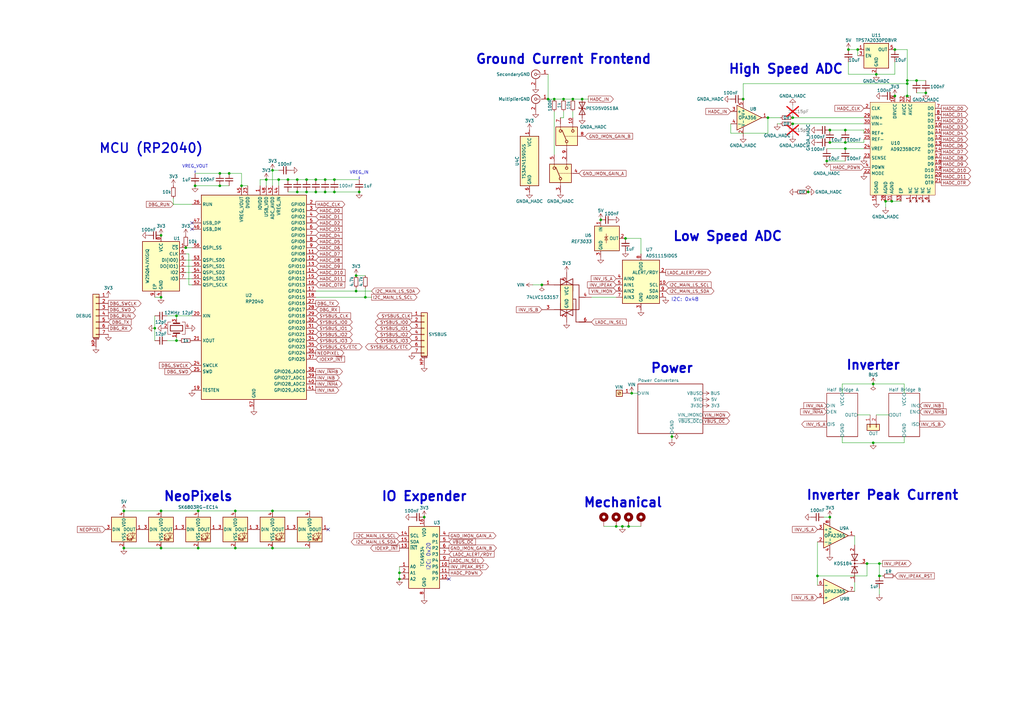
<source format=kicad_sch>
(kicad_sch (version 20231120) (generator "eeschema") (generator_version "8.0")
  (paper "A3")
  (junction (at 118.11 73.66))
  (junction (at 372.11 33.02))
  (junction (at 360.68 231.14))
  (junction (at 346.71 58.42))
  (junction (at 347.98 20.32))
  (junction (at 81.28 209.55))
  (junction (at 331.47 78.74))
  (junction (at 365.76 82.55))
  (junction (at 351.79 20.32))
  (junction (at 66.04 209.55))
  (junction (at 335.28 236.22))
  (junction (at 111.76 209.55))
  (junction (at 76.2 101.6))
  (junction (at 163.83 234.95))
  (junction (at 90.17 76.2))
  (junction (at 121.92 78.74))
  (junction (at 340.36 53.34))
  (junction (at 81.28 224.79))
  (junction (at 224.79 40.64))
  (junction (at 109.22 73.66))
  (junction (at 146.05 113.03))
  (junction (at 147.32 78.74))
  (junction (at 146.05 119.38))
  (junction (at 163.83 237.49))
  (junction (at 367.03 20.32))
  (junction (at 129.54 78.74))
  (junction (at 63.5 134.62))
  (junction (at 372.11 34.29))
  (junction (at 137.16 78.74))
  (junction (at 355.6 231.14))
  (junction (at 304.8 40.64))
  (junction (at 72.39 139.7))
  (junction (at 246.38 90.17))
  (junction (at 359.41 30.48))
  (junction (at 358.14 181.61))
  (junction (at 173.99 212.09))
  (junction (at 346.71 53.34))
  (junction (at 222.25 116.84))
  (junction (at 231.14 40.64))
  (junction (at 66.04 96.52))
  (junction (at 325.12 50.8))
  (junction (at 346.71 60.96))
  (junction (at 125.73 78.74))
  (junction (at 340.36 212.09))
  (junction (at 50.8 224.79))
  (junction (at 66.04 224.79))
  (junction (at 90.17 71.12))
  (junction (at 133.35 73.66))
  (junction (at 111.76 224.79))
  (junction (at 325.12 48.26))
  (junction (at 238.76 40.64))
  (junction (at 93.98 71.12))
  (junction (at 227.33 40.64))
  (junction (at 252.73 215.9))
  (junction (at 259.08 161.29))
  (junction (at 129.54 73.66))
  (junction (at 367.03 39.37))
  (junction (at 66.04 121.92))
  (junction (at 256.54 97.79))
  (junction (at 379.73 38.1))
  (junction (at 363.22 82.55))
  (junction (at 372.11 39.37))
  (junction (at 234.95 40.64))
  (junction (at 255.27 215.9))
  (junction (at 96.52 224.79))
  (junction (at 257.81 215.9))
  (junction (at 121.92 73.66))
  (junction (at 149.86 121.92))
  (junction (at 80.01 76.2))
  (junction (at 340.36 58.42))
  (junction (at 125.73 73.66))
  (junction (at 314.96 48.26))
  (junction (at 114.3 73.66))
  (junction (at 339.09 66.04))
  (junction (at 99.06 76.2))
  (junction (at 358.14 157.48))
  (junction (at 375.92 33.02))
  (junction (at 50.8 209.55))
  (junction (at 275.59 179.07))
  (junction (at 133.35 78.74))
  (junction (at 360.68 236.22))
  (junction (at 72.39 129.54))
  (junction (at 137.16 73.66))
  (junction (at 96.52 209.55))
  (junction (at 111.76 69.85))
  (no_connect (at 134.62 217.17))
  (no_connect (at 78.74 91.44))
  (no_connect (at 184.15 237.49))
  (no_connect (at 78.74 93.98))
  (wire (pts (xy 137.16 78.74) (xy 147.32 78.74)))
  (wire (pts (xy 81.28 224.79) (xy 96.52 224.79)))
  (wire (pts (xy 304.8 34.29) (xy 304.8 40.64)))
  (wire (pts (xy 358.14 157.48) (xy 370.84 157.48)))
  (wire (pts (xy 76.2 104.14) (xy 77.47 104.14)))
  (wire (pts (xy 372.11 39.37) (xy 373.38 39.37)))
  (wire (pts (xy 247.65 215.9) (xy 252.73 215.9)))
  (wire (pts (xy 224.79 30.48) (xy 224.79 40.64)))
  (wire (pts (xy 50.8 224.79) (xy 66.04 224.79)))
  (wire (pts (xy 375.92 33.02) (xy 379.73 33.02)))
  (wire (pts (xy 314.96 54.61) (xy 314.96 48.26)))
  (wire (pts (xy 121.92 78.74) (xy 125.73 78.74)))
  (wire (pts (xy 224.79 40.64) (xy 227.33 40.64)))
  (wire (pts (xy 372.11 20.32) (xy 372.11 33.02)))
  (wire (pts (xy 256.54 97.79) (xy 262.89 97.79)))
  (wire (pts (xy 163.83 232.41) (xy 163.83 234.95)))
  (wire (pts (xy 335.28 236.22) (xy 335.28 240.03)))
  (wire (pts (xy 351.79 20.32) (xy 351.79 22.86)))
  (wire (pts (xy 345.44 181.61) (xy 358.14 181.61)))
  (wire (pts (xy 367.03 25.4) (xy 367.03 30.48)))
  (wire (pts (xy 238.76 40.64) (xy 241.3 40.64)))
  (wire (pts (xy 96.52 224.79) (xy 111.76 224.79)))
  (wire (pts (xy 372.11 33.02) (xy 375.92 33.02)))
  (wire (pts (xy 125.73 73.66) (xy 129.54 73.66)))
  (wire (pts (xy 68.58 139.7) (xy 72.39 139.7)))
  (wire (pts (xy 96.52 209.55) (xy 111.76 209.55)))
  (wire (pts (xy 365.76 82.55) (xy 369.57 82.55)))
  (wire (pts (xy 255.27 215.9) (xy 257.81 215.9)))
  (wire (pts (xy 111.76 69.85) (xy 114.3 69.85)))
  (wire (pts (xy 346.71 60.96) (xy 354.33 60.96)))
  (wire (pts (xy 129.54 73.66) (xy 133.35 73.66)))
  (wire (pts (xy 346.71 58.42) (xy 354.33 58.42)))
  (wire (pts (xy 252.73 215.9) (xy 255.27 215.9)))
  (wire (pts (xy 275.59 179.07) (xy 275.59 177.8)))
  (wire (pts (xy 339.09 66.04) (xy 346.71 66.04)))
  (wire (pts (xy 337.82 212.09) (xy 340.36 212.09)))
  (wire (pts (xy 347.98 20.32) (xy 351.79 20.32)))
  (wire (pts (xy 227.33 63.5) (xy 227.33 45.72)))
  (wire (pts (xy 360.68 231.14) (xy 355.6 231.14)))
  (wire (pts (xy 109.22 73.66) (xy 106.68 73.66)))
  (wire (pts (xy 257.81 215.9) (xy 262.89 215.9)))
  (wire (pts (xy 50.8 209.55) (xy 66.04 209.55)))
  (wire (pts (xy 137.16 73.66) (xy 147.32 73.66)))
  (wire (pts (xy 80.01 76.2) (xy 90.17 76.2)))
  (wire (pts (xy 304.8 34.29) (xy 372.11 34.29)))
  (wire (pts (xy 129.54 119.38) (xy 146.05 119.38)))
  (wire (pts (xy 146.05 119.38) (xy 152.4 119.38)))
  (wire (pts (xy 71.12 83.82) (xy 78.74 83.82)))
  (wire (pts (xy 242.57 121.92) (xy 252.73 121.92)))
  (wire (pts (xy 347.98 30.48) (xy 359.41 30.48)))
  (wire (pts (xy 339.09 60.96) (xy 346.71 60.96)))
  (wire (pts (xy 76.2 106.68) (xy 78.74 106.68)))
  (wire (pts (xy 361.95 236.22) (xy 360.68 236.22)))
  (wire (pts (xy 372.11 33.02) (xy 372.11 34.29)))
  (wire (pts (xy 227.33 40.64) (xy 231.14 40.64)))
  (wire (pts (xy 146.05 113.03) (xy 149.86 113.03)))
  (wire (pts (xy 76.2 111.76) (xy 78.74 111.76)))
  (wire (pts (xy 314.96 48.26) (xy 320.04 48.26)))
  (wire (pts (xy 345.44 179.07) (xy 345.44 181.61)))
  (wire (pts (xy 111.76 224.79) (xy 127 224.79)))
  (wire (pts (xy 340.36 58.42) (xy 346.71 58.42)))
  (wire (pts (xy 340.36 53.34) (xy 346.71 53.34)))
  (wire (pts (xy 77.47 104.14) (xy 77.47 116.84)))
  (wire (pts (xy 149.86 118.11) (xy 149.86 121.92)))
  (wire (pts (xy 72.39 138.43) (xy 72.39 139.7)))
  (wire (pts (xy 129.54 121.92) (xy 149.86 121.92)))
  (wire (pts (xy 66.04 209.55) (xy 81.28 209.55)))
  (wire (pts (xy 335.28 222.25) (xy 335.28 236.22)))
  (wire (pts (xy 81.28 209.55) (xy 96.52 209.55)))
  (wire (pts (xy 299.72 50.8) (xy 299.72 54.61)))
  (wire (pts (xy 63.5 129.54) (xy 63.5 134.62)))
  (wire (pts (xy 325.12 48.26) (xy 354.33 48.26)))
  (wire (pts (xy 363.22 82.55) (xy 365.76 82.55)))
  (wire (pts (xy 111.76 209.55) (xy 127 209.55)))
  (wire (pts (xy 360.68 243.84) (xy 360.68 241.3)))
  (wire (pts (xy 90.17 71.12) (xy 93.98 71.12)))
  (wire (pts (xy 370.84 161.29) (xy 370.84 157.48)))
  (wire (pts (xy 229.87 48.26) (xy 231.14 48.26)))
  (wire (pts (xy 118.11 73.66) (xy 121.92 73.66)))
  (wire (pts (xy 358.14 181.61) (xy 370.84 181.61)))
  (wire (pts (xy 354.33 53.34) (xy 354.33 54.61)))
  (wire (pts (xy 114.3 73.66) (xy 118.11 73.66)))
  (wire (pts (xy 114.3 73.66) (xy 109.22 73.66)))
  (wire (pts (xy 106.68 73.66) (xy 106.68 76.2)))
  (wire (pts (xy 109.22 73.66) (xy 109.22 76.2)))
  (wire (pts (xy 367.03 20.32) (xy 372.11 20.32)))
  (wire (pts (xy 345.44 157.48) (xy 358.14 157.48)))
  (wire (pts (xy 63.5 134.62) (xy 63.5 139.7)))
  (wire (pts (xy 347.98 25.4) (xy 347.98 30.48)))
  (wire (pts (xy 231.14 40.64) (xy 234.95 40.64)))
  (wire (pts (xy 360.68 231.14) (xy 360.68 236.22)))
  (wire (pts (xy 345.44 157.48) (xy 345.44 161.29)))
  (wire (pts (xy 71.12 81.28) (xy 71.12 83.82)))
  (wire (pts (xy 99.06 76.2) (xy 101.6 76.2)))
  (wire (pts (xy 299.72 54.61) (xy 314.96 54.61)))
  (wire (pts (xy 133.35 78.74) (xy 137.16 78.74)))
  (wire (pts (xy 355.6 236.22) (xy 355.6 231.14)))
  (wire (pts (xy 325.12 50.8) (xy 354.33 50.8)))
  (wire (pts (xy 63.5 121.92) (xy 66.04 121.92)))
  (wire (pts (xy 361.95 231.14) (xy 360.68 231.14)))
  (wire (pts (xy 68.58 129.54) (xy 72.39 129.54)))
  (wire (pts (xy 111.76 69.85) (xy 111.76 76.2)))
  (wire (pts (xy 318.77 50.8) (xy 320.04 50.8)))
  (wire (pts (xy 359.41 30.48) (xy 367.03 30.48)))
  (wire (pts (xy 370.84 39.37) (xy 372.11 39.37)))
  (wire (pts (xy 121.92 73.66) (xy 125.73 73.66)))
  (wire (pts (xy 66.04 224.79) (xy 81.28 224.79)))
  (wire (pts (xy 146.05 119.38) (xy 146.05 118.11)))
  (wire (pts (xy 77.47 116.84) (xy 78.74 116.84)))
  (wire (pts (xy 76.2 114.3) (xy 78.74 114.3)))
  (wire (pts (xy 163.83 234.95) (xy 163.83 237.49)))
  (wire (pts (xy 76.2 101.6) (xy 78.74 101.6)))
  (wire (pts (xy 350.52 219.71) (xy 350.52 223.52)))
  (wire (pts (xy 335.28 236.22) (xy 355.6 236.22)))
  (wire (pts (xy 351.79 170.18) (xy 356.87 170.18)))
  (wire (pts (xy 359.41 170.18) (xy 364.49 170.18)))
  (wire (pts (xy 234.95 45.72) (xy 234.95 48.26)))
  (wire (pts (xy 125.73 78.74) (xy 129.54 78.74)))
  (wire (pts (xy 259.08 161.29) (xy 261.62 161.29)))
  (wire (pts (xy 73.66 139.7) (xy 72.39 139.7)))
  (wire (pts (xy 346.71 53.34) (xy 354.33 53.34)))
  (wire (pts (xy 72.39 129.54) (xy 78.74 129.54)))
  (wire (pts (xy 231.14 48.26) (xy 231.14 45.72)))
  (wire (pts (xy 80.01 71.12) (xy 90.17 71.12)))
  (wire (pts (xy 370.84 181.61) (xy 370.84 179.07)))
  (wire (pts (xy 129.54 78.74) (xy 133.35 78.74)))
  (wire (pts (xy 118.11 78.74) (xy 121.92 78.74)))
  (wire (pts (xy 149.86 121.92) (xy 152.4 121.92)))
  (wire (pts (xy 99.06 76.2) (xy 99.06 71.12)))
  (wire (pts (xy 72.39 130.81) (xy 72.39 129.54)))
  (wire (pts (xy 90.17 76.2) (xy 93.98 76.2)))
  (wire (pts (xy 76.2 109.22) (xy 78.74 109.22)))
  (wire (pts (xy 375.92 38.1) (xy 379.73 38.1)))
  (wire (pts (xy 363.22 85.09) (xy 363.22 82.55)))
  (wire (pts (xy 372.11 34.29) (xy 372.11 39.37)))
  (wire (pts (xy 262.89 97.79) (xy 262.89 104.14)))
  (wire (pts (xy 275.59 180.34) (xy 275.59 179.07)))
  (wire (pts (xy 218.44 116.84) (xy 222.25 116.84)))
  (wire (pts (xy 133.35 73.66) (xy 137.16 73.66)))
  (wire (pts (xy 354.33 58.42) (xy 354.33 57.15)))
  (wire (pts (xy 99.06 71.12) (xy 93.98 71.12)))
  (wire (pts (xy 114.3 76.2) (xy 114.3 73.66)))
  (wire (pts (xy 350.52 238.76) (xy 350.52 242.57)))
  (wire (pts (xy 234.95 40.64) (xy 238.76 40.64)))
  (text "Inverter Peak Current" (at 361.95 203.2 0) (effects (font (size 3.81 3.81) (bold yes))))
  (text "High Speed ADC" (at 322.326 28.448 0) (effects (font (size 3.81 3.81) (bold yes))))
  (text "Ground Current Frontend" (at 231.14 24.384 0) (effects (font (size 3.81 3.81) (bold yes))))
  (text "Inverter" (at 358.14 149.86 0) (effects (font (size 3.81 3.81) (bold yes))))
  (text "Power" (at 275.59 151.13 0) (effects (font (size 3.81 3.81) (bold yes))))
  (text "VREG_IN\n↓" (at 147.32 71.882 0) (effects (font (size 1.27 1.27))))
  (text "VREG_VOUT\n↓" (at 80.01 69.342 0) (effects (font (size 1.27 1.27))))
  (text "Low Speed ADC" (at 298.45 97.028 0) (effects (font (size 3.81 3.81) (bold yes))))
  (text "I2C: 0x20" (at 175.768 228.346 90) (effects (font (size 1.524 1.524))))
  (text "IO Expender" (at 173.99 203.708 0) (effects (font (size 3.81 3.81) (bold yes))))
  (text "Mechanical" (at 255.524 206.248 0) (effects (font (size 3.81 3.81) (bold yes))))
  (text "NeoPixels\n" (at 81.28 203.708 0) (effects (font (size 3.81 3.81) (bold yes))))
  (text "I2C: 0x48\n" (at 280.924 122.936 0) (effects (font (size 1.524 1.524))))
  (text "MCU (RP2040)" (at 61.976 60.96 0) (effects (font (size 3.81 3.81) (thickness 0.6096) (bold yes))))
  (global_label "HADC_D1" (shape input) (at 129.54 88.9 0) (property "Intersheetrefs" "${INTERSHEET_REFS}" (effects (hide yes))))
  (global_label "SYSBUS_CLK" (shape output) (at 168.91 129.54 180) (property "Intersheetrefs" "${INTERSHEET_REFS}" (effects (hide yes))))
  (global_label "HADC_D5" (shape input) (at 129.54 99.06 0) (property "Intersheetrefs" "${INTERSHEET_REFS}" (effects (hide yes))))
  (global_label "SYSBUS_IO1" (shape bidirectional) (at 168.91 134.62 180) (property "Intersheetrefs" "${INTERSHEET_REFS}" (effects (hide yes))))
  (global_label "HADC_IN" (shape input) (at 299.72 45.72 180) (property "Intersheetrefs" "${INTERSHEET_REFS}" (effects (hide yes))))
  (global_label "INV_IS_B" (shape input) (at 335.28 245.11 180) (property "Intersheetrefs" "${INTERSHEET_REFS}" (effects (hide yes))))
  (global_label "DBG_RUN" (shape input) (at 71.12 83.82 180) (property "Intersheetrefs" "${INTERSHEET_REFS}" (effects (hide yes))))
  (global_label "INV_INB" (shape output) (at 129.54 154.94 0) (property "Intersheetrefs" "${INTERSHEET_REFS}" (effects (hide yes))))
  (global_label "DBG_TX" (shape input) (at 44.45 132.08 0) (property "Intersheetrefs" "${INTERSHEET_REFS}" (effects (hide yes))))
  (global_label "HADC_D2" (shape input) (at 129.54 91.44 0) (property "Intersheetrefs" "${INTERSHEET_REFS}" (effects (hide yes))))
  (global_label "HADC_OTR" (shape input) (at 129.54 116.84 0) (property "Intersheetrefs" "${INTERSHEET_REFS}" (effects (hide yes))))
  (global_label "INV_INA" (shape input) (at 339.09 166.37 180) (property "Intersheetrefs" "${INTERSHEET_REFS}" (effects (hide yes))))
  (global_label "HADC_D8" (shape output) (at 386.08 64.77 0) (property "Intersheetrefs" "${INTERSHEET_REFS}" (effects (hide yes))))
  (global_label "IOEXP_~{INT}" (shape output) (at 163.83 224.79 180) (property "Intersheetrefs" "${INTERSHEET_REFS}" (effects (hide yes))))
  (global_label "INV_IPEAK" (shape output) (at 361.95 231.14 0) (property "Intersheetrefs" "${INTERSHEET_REFS}" (effects (hide yes))))
  (global_label "HADC_D2" (shape output) (at 386.08 49.53 0) (property "Intersheetrefs" "${INTERSHEET_REFS}" (effects (hide yes))))
  (global_label "DBG_RX" (shape output) (at 44.45 134.62 0) (property "Intersheetrefs" "${INTERSHEET_REFS}" (effects (hide yes))))
  (global_label "INV_IS_A" (shape input) (at 252.73 114.3 180) (property "Intersheetrefs" "${INTERSHEET_REFS}" (effects (hide yes))))
  (global_label "LADC_IN_SEL" (shape input) (at 242.57 132.08 0) (property "Intersheetrefs" "${INTERSHEET_REFS}" (effects (hide yes))))
  (global_label "I2C_MAIN_LS_SDA" (shape bidirectional) (at 163.83 222.25 180) (property "Intersheetrefs" "${INTERSHEET_REFS}" (effects (hide yes))))
  (global_label "DBG_RX" (shape input) (at 129.54 127 0) (property "Intersheetrefs" "${INTERSHEET_REFS}" (effects (hide yes))))
  (global_label "SYSBUS_IO2" (shape bidirectional) (at 129.54 137.16 0) (property "Intersheetrefs" "${INTERSHEET_REFS}" (effects (hide yes))))
  (global_label "INV_INA" (shape output) (at 129.54 160.02 0) (property "Intersheetrefs" "${INTERSHEET_REFS}" (effects (hide yes))))
  (global_label "I2C_MAIN_LS_SDA" (shape bidirectional) (at 152.4 119.38 0) (property "Intersheetrefs" "${INTERSHEET_REFS}" (effects (hide yes))))
  (global_label "IOEXP_~{INT}" (shape input) (at 129.54 147.32 0) (property "Intersheetrefs" "${INTERSHEET_REFS}" (effects (hide yes))))
  (global_label "GND_IMON_GAIN_B" (shape output) (at 184.15 224.79 0) (property "Intersheetrefs" "${INTERSHEET_REFS}" (effects (hide yes))))
  (global_label "LADC_ALERT{slash}RDY" (shape output) (at 273.05 111.76 0) (property "Intersheetrefs" "${INTERSHEET_REFS}" (effects (hide yes))))
  (global_label "~{VBUS_OC}" (shape input) (at 184.15 222.25 0) (property "Intersheetrefs" "${INTERSHEET_REFS}" (effects (hide yes))))
  (global_label "DBG_TX" (shape output) (at 129.54 124.46 0) (property "Intersheetrefs" "${INTERSHEET_REFS}" (effects (hide yes))))
  (global_label "SYSBUS_IO3" (shape bidirectional) (at 168.91 139.7 180) (property "Intersheetrefs" "${INTERSHEET_REFS}" (effects (hide yes))))
  (global_label "DBG_RUN" (shape output) (at 44.45 129.54 0) (property "Intersheetrefs" "${INTERSHEET_REFS}" (effects (hide yes))))
  (global_label "INV_IPEAK_RST" (shape output) (at 184.15 232.41 0) (property "Intersheetrefs" "${INTERSHEET_REFS}" (effects (hide yes))))
  (global_label "HADC_D6" (shape input) (at 129.54 101.6 0) (property "Intersheetrefs" "${INTERSHEET_REFS}" (effects (hide yes))))
  (global_label "HADC_D8" (shape input) (at 129.54 106.68 0) (property "Intersheetrefs" "${INTERSHEET_REFS}" (effects (hide yes))))
  (global_label "GND_IMON_GAIN_A" (shape input) (at 237.49 71.12 0) (property "Intersheetrefs" "${INTERSHEET_REFS}" (effects (hide yes))))
  (global_label "HADC_D10" (shape output) (at 386.08 69.85 0) (property "Intersheetrefs" "${INTERSHEET_REFS}" (effects (hide yes))))
  (global_label "INV_IS_A" (shape input) (at 335.28 217.17 180) (property "Intersheetrefs" "${INTERSHEET_REFS}" (effects (hide yes))))
  (global_label "GND_IMON_GAIN_B" (shape input) (at 240.03 55.88 0) (property "Intersheetrefs" "${INTERSHEET_REFS}" (effects (hide yes))))
  (global_label "VIN_IMON" (shape input) (at 252.73 119.38 180) (property "Intersheetrefs" "${INTERSHEET_REFS}" (effects (hide yes))))
  (global_label "I2C_MAIN_LS_SCL" (shape input) (at 163.83 219.71 180) (property "Intersheetrefs" "${INTERSHEET_REFS}" (effects (hide yes))))
  (global_label "HADC_D9" (shape output) (at 386.08 67.31 0) (property "Intersheetrefs" "${INTERSHEET_REFS}" (effects (hide yes))))
  (global_label "DBG_SWCLK" (shape input) (at 78.74 149.86 180) (property "Intersheetrefs" "${INTERSHEET_REFS}" (effects (hide yes))))
  (global_label "INV_~{INH}B" (shape output) (at 129.54 152.4 0) (property "Intersheetrefs" "${INTERSHEET_REFS}" (effects (hide yes))))
  (global_label "HADC_PDWN" (shape output) (at 184.15 234.95 0) (property "Intersheetrefs" "${INTERSHEET_REFS}" (effects (hide yes))))
  (global_label "HADC_D11" (shape input) (at 129.54 114.3 0) (property "Intersheetrefs" "${INTERSHEET_REFS}" (effects (hide yes))))
  (global_label "HADC_D4" (shape input) (at 129.54 96.52 0) (property "Intersheetrefs" "${INTERSHEET_REFS}" (effects (hide yes))))
  (global_label "INV_IPEAK" (shape input) (at 252.73 116.84 180) (property "Intersheetrefs" "${INTERSHEET_REFS}" (effects (hide yes))))
  (global_label "LADC_IN_SEL" (shape output) (at 184.15 229.87 0) (property "Intersheetrefs" "${INTERSHEET_REFS}" (effects (hide yes))))
  (global_label "DBG_SWD" (shape output) (at 44.45 127 0) (property "Intersheetrefs" "${INTERSHEET_REFS}" (effects (hide yes))))
  (global_label "SYSBUS_IO0" (shape bidirectional) (at 129.54 132.08 0) (property "Intersheetrefs" "${INTERSHEET_REFS}" (effects (hide yes))))
  (global_label "HADC_D3" (shape input) (at 129.54 93.98 0) (property "Intersheetrefs" "${INTERSHEET_REFS}" (effects (hide yes))))
  (global_label "HADC_D7" (shape output) (at 386.08 62.23 0) (property "Intersheetrefs" "${INTERSHEET_REFS}" (effects (hide yes))))
  (global_label "HADC_D1" (shape output) (at 386.08 46.99 0) (property "Intersheetrefs" "${INTERSHEET_REFS}" (effects (hide yes))))
  (global_label "HADC_D7" (shape input) (at 129.54 104.14 0) (property "Intersheetrefs" "${INTERSHEET_REFS}" (effects (hide yes))))
  (global_label "INV_IS_A" (shape output) (at 339.09 173.99 180) (property "Intersheetrefs" "${INTERSHEET_REFS}" (effects (hide yes))))
  (global_label "INV_INB" (shape input) (at 377.19 166.37 0) (property "Intersheetrefs" "${INTERSHEET_REFS}" (effects (hide yes))))
  (global_label "HADC_PDWN" (shape input) (at 354.33 68.58 180) (property "Intersheetrefs" "${INTERSHEET_REFS}" (effects (hide yes))))
  (global_label "SYSBUS_IO3" (shape bidirectional) (at 129.54 139.7 0) (property "Intersheetrefs" "${INTERSHEET_REFS}" (effects (hide yes))))
  (global_label "HADC_D4" (shape output) (at 386.08 54.61 0) (property "Intersheetrefs" "${INTERSHEET_REFS}" (effects (hide yes))))
  (global_label "HADC_D6" (shape output) (at 386.08 59.69 0) (property "Intersheetrefs" "${INTERSHEET_REFS}" (effects (hide yes))))
  (global_label "INV_IS_B" (shape input) (at 222.25 127 180) (property "Intersheetrefs" "${INTERSHEET_REFS}" (effects (hide yes))))
  (global_label "HADC_D0" (shape input) (at 129.54 86.36 0) (property "Intersheetrefs" "${INTERSHEET_REFS}" (effects (hide yes))))
  (global_label "INV_~{INH}A" (shape input) (at 339.09 168.91 180) (property "Intersheetrefs" "${INTERSHEET_REFS}" (effects (hide yes))))
  (global_label "HADC_CLK" (shape output) (at 129.54 83.82 0) (property "Intersheetrefs" "${INTERSHEET_REFS}" (effects (hide yes))))
  (global_label "SYSBUS_CS{slash}ETC" (shape bidirectional) (at 129.54 142.24 0) (property "Intersheetrefs" "${INTERSHEET_REFS}" (effects (hide yes))))
  (global_label "VIN_IMON" (shape output) (at 288.29 170.18 0) (property "Intersheetrefs" "${INTERSHEET_REFS}" (effects (hide yes))))
  (global_label "SYSBUS_CLK" (shape input) (at 129.54 129.54 0) (property "Intersheetrefs" "${INTERSHEET_REFS}" (effects (hide yes))))
  (global_label "DBG_SWCLK" (shape output) (at 44.45 124.46 0) (property "Intersheetrefs" "${INTERSHEET_REFS}" (effects (hide yes))))
  (global_label "I2C_MAIN_LS_SCL" (shape input) (at 273.05 116.84 0) (property "Intersheetrefs" "${INTERSHEET_REFS}" (effects (hide yes))))
  (global_label "NEOPIXEL" (shape input) (at 43.18 217.17 180) (property "Intersheetrefs" "${INTERSHEET_REFS}" (effects (hide yes))))
  (global_label "SYSBUS_CS{slash}ETC" (shape bidirectional) (at 168.91 142.24 180) (property "Intersheetrefs" "${INTERSHEET_REFS}" (effects (hide yes))))
  (global_label "HADC_D11" (shape output) (at 386.08 72.39 0) (property "Intersheetrefs" "${INTERSHEET_REFS}" (effects (hide yes))))
  (global_label "HADC_D5" (shape output) (at 386.08 57.15 0) (property "Intersheetrefs" "${INTERSHEET_REFS}" (effects (hide yes))))
  (global_label "SYSBUS_IO0" (shape bidirectional) (at 168.91 132.08 180) (property "Intersheetrefs" "${INTERSHEET_REFS}" (effects (hide yes))))
  (global_label "I2C_MAIN_LS_SDA" (shape bidirectional) (at 273.05 119.38 0) (property "Intersheetrefs" "${INTERSHEET_REFS}" (effects (hide yes))))
  (global_label "LADC_ALERT{slash}RDY" (shape input) (at 184.15 227.33 0) (property "Intersheetrefs" "${INTERSHEET_REFS}" (effects (hide yes))))
  (global_label "SYSBUS_IO2" (shape bidirectional) (at 168.91 137.16 180) (property "Intersheetrefs" "${INTERSHEET_REFS}" (effects (hide yes))))
  (global_label "HADC_OTR" (shape output) (at 386.08 74.93 0) (property "Intersheetrefs" "${INTERSHEET_REFS}" (effects (hide yes))))
  (global_label "INV_~{INH}B" (shape input) (at 377.19 168.91 0) (property "Intersheetrefs" "${INTERSHEET_REFS}" (effects (hide yes))))
  (global_label "INV_~{INH}A" (shape output) (at 129.54 157.48 0) (property "Intersheetrefs" "${INTERSHEET_REFS}" (effects (hide yes))))
  (global_label "NEOPIXEL" (shape output) (at 129.54 144.78 0) (property "Intersheetrefs" "${INTERSHEET_REFS}" (effects (hide yes))))
  (global_label "DBG_SWD" (shape input) (at 78.74 152.4 180) (property "Intersheetrefs" "${INTERSHEET_REFS}" (effects (hide yes))))
  (global_label "HADC_D10" (shape input) (at 129.54 111.76 0) (property "Intersheetrefs" "${INTERSHEET_REFS}" (effects (hide yes))))
  (global_label "HADC_D9" (shape input) (at 129.54 109.22 0) (property "Intersheetrefs" "${INTERSHEET_REFS}" (effects (hide yes))))
  (global_label "SYSBUS_IO1" (shape bidirectional) (at 129.54 134.62 0) (property "Intersheetrefs" "${INTERSHEET_REFS}" (effects (hide yes))))
  (global_label "INV_IPEAK_RST" (shape input) (at 367.03 236.22 0) (property "Intersheetrefs" "${INTERSHEET_REFS}" (effects (hide yes))))
  (global_label "HADC_D0" (shape output) (at 386.08 44.45 0) (property "Intersheetrefs" "${INTERSHEET_REFS}" (effects (hide yes))))
  (global_label "HADC_IN" (shape output) (at 241.3 40.64 0) (property "Intersheetrefs" "${INTERSHEET_REFS}" (effects (hide yes))))
  (global_label "I2C_MAIN_LS_SCL" (shape output) (at 152.4 121.92 0) (property "Intersheetrefs" "${INTERSHEET_REFS}" (effects (hide yes))))
  (global_label "~{VBUS_OC}" (shape output) (at 288.29 172.72 0) (property "Intersheetrefs" "${INTERSHEET_REFS}" (effects (hide yes))))
  (global_label "INV_IS_B" (shape output) (at 377.19 173.99 0) (property "Intersheetrefs" "${INTERSHEET_REFS}" (effects (hide yes))))
  (global_label "HADC_D3" (shape output) (at 386.08 52.07 0) (property "Intersheetrefs" "${INTERSHEET_REFS}" (effects (hide yes))))
  (global_label "GND_IMON_GAIN_A" (shape output) (at 184.15 219.71 0) (property "Intersheetrefs" "${INTERSHEET_REFS}" (effects (hide yes))))
  (global_label "HADC_CLK" (shape input) (at 354.33 44.45 180) (property "Intersheetrefs" "${INTERSHEET_REFS}" (effects (hide yes))))
  (symbol (lib_id "Device:C_Small") (at 93.98 73.66 0) (unit 1)
    (property "Reference" "C6" (effects (hide yes)))
    (property "Value" "100nF" (effects (hide yes)))
    (property "Footprint" "Capacitor_SMD:C_0402_1005Metric" (effects (hide yes)))
    (property "Description" "Unpolarized capacitor, small symbol" (effects (hide yes)))
    (property "LCSC" "C307331" (effects (hide yes)))
  )
  (symbol (lib_id "Device:C_Small") (at 367.03 22.86 0) (unit 1)
    (property "Reference" "C31" (effects (hide yes)))
    (property "Value" "10uF" (at 367.03 24.638 0) (effects (justify left)))
    (property "Footprint" "Capacitor_SMD:C_0402_1005Metric" (effects (hide yes)))
    (property "Description" "Unpolarized capacitor, small symbol" (effects (hide yes)))
    (property "LCSC" "C15525" (effects (hide yes)))
  )
  (symbol (lib_id "Amplifier_Operational:OPA356xxDBV") (at 307.34 48.26 0) (unit 1)
    (property "Reference" "U8" (at 308.864 44.704 0))
    (property "Value" "OPA356" (at 306.578 48.26 0))
    (property "Footprint" "Package_TO_SOT_SMD:SOT-23-5" (effects (hide yes)))
    (property "Datasheet" "http://www.ti.com/lit/ds/symlink/opa356.pdf" (effects (hide yes)))
    (property "Description" "Single High Speed CMOS Operational Amplifier, SOT-23-5" (effects (hide yes)))
    (property "LCSC" "C183100" (effects (hide yes)))
  )
  (symbol (lib_id "power:GND") (at 63.5 134.62 270) (unit 1)
    (property "Reference" "#PWR07" (effects (hide yes)))
    (property "Value" "GND" (effects (hide yes)))
    (property "Description" "Power symbol creates a global label with name \"GND\" , ground" (effects (hide yes)))
  )
  (symbol (lib_id "Device:C_Small") (at 248.92 90.17 270) (unit 1)
    (property "Reference" "C16" (effects (hide yes)))
    (property "Value" "100nF" (at 247.904 87.63 90) (effects (justify left)))
    (property "Footprint" "Capacitor_SMD:C_0402_1005Metric" (effects (hide yes)))
    (property "Description" "Unpolarized capacitor, small symbol" (effects (hide yes)))
    (property "LCSC" "C307331" (effects (hide yes)))
  )
  (symbol (lib_id "power:+3V3") (at 71.12 76.2 0) (mirror y) (unit 1)
    (property "Reference" "#PWR011" (effects (hide yes)))
    (property "Value" "3V3" (at 71.12 72.39 0))
    (property "Description" "Power symbol creates a global label with name \"+3V3\"" (effects (hide yes)))
  )
  (symbol (lib_id "Device:C_Small") (at 346.71 55.88 0) (unit 1)
    (property "Reference" "C26" (effects (hide yes)))
    (property "Value" "100nF" (at 347.218 57.404 0) (effects (justify left)))
    (property "Footprint" "Capacitor_SMD:C_0402_1005Metric" (effects (hide yes)))
    (property "Description" "Unpolarized capacitor, small symbol" (effects (hide yes)))
    (property "LCSC" "C307331" (effects (hide yes)))
  )
  (symbol (lib_id "Mechanical:MountingHole_Pad") (at 257.81 213.36 0) (unit 1) (exclude_from_sim yes) (in_bom no)
    (property "Reference" "H3" (effects (hide yes)))
    (property "Value" "MountingHole_Pad" (effects (hide yes)))
    (property "Footprint" "MountingHole:MountingHole_2.2mm_M2_Pad_Via" (effects (hide yes)))
    (property "Description" "Mounting Hole with connection" (effects (hide yes)))
  )
  (symbol (lib_id "power:+3V3") (at 232.41 111.76 0) (unit 1)
    (property "Reference" "#PWR033" (effects (hide yes)))
    (property "Value" "3V3" (at 232.41 107.95 0))
    (property "Description" "Power symbol creates a global label with name \"+3V3\"" (effects (hide yes)))
  )
  (symbol (lib_id "Device:C_Small") (at 125.73 76.2 0) (unit 1)
    (property "Reference" "C10" (effects (hide yes)))
    (property "Value" "100nF" (effects (hide yes)))
    (property "Footprint" "Capacitor_SMD:C_0402_1005Metric" (effects (hide yes)))
    (property "Description" "Unpolarized capacitor, small symbol" (effects (hide yes)))
    (property "LCSC" "C307331" (effects (hide yes)))
  )
  (symbol (lib_id "power:GND") (at 219.71 45.72 0) (unit 1)
    (property "Reference" "#PWR031" (effects (hide yes)))
    (property "Value" "GND" (effects (hide yes)))
    (property "Description" "Power symbol creates a global label with name \"GND\" , ground" (effects (hide yes)))
  )
  (symbol (lib_id "power:GND") (at 275.59 180.34 0) (unit 1)
    (property "Reference" "#PWR044" (effects (hide yes)))
    (property "Value" "GND" (effects (hide yes)))
    (property "Description" "Power symbol creates a global label with name \"GND\" , ground" (effects (hide yes)))
  )
  (symbol (lib_id "power:GND") (at 256.54 102.87 0) (unit 1)
    (property "Reference" "#PWR040" (effects (hide yes)))
    (property "Value" "GND" (effects (hide yes)))
    (property "Description" "Power symbol creates a global label with name \"GND\" , ground" (effects (hide yes)))
  )
  (symbol (lib_id "Device:R_Small") (at 234.95 43.18 180) (unit 1)
    (property "Reference" "R8" (effects (hide yes)))
    (property "Value" "10k" (at 233.172 43.18 90))
    (property "Footprint" "Capacitor_SMD:C_0603_1608Metric" (effects (hide yes)))
    (property "Description" "Resistor, small symbol" (effects (hide yes)))
    (property "LCSC" "C25804" (effects (hide yes)))
  )
  (symbol (lib_id "Connector_Generic_MountingPin:Conn_01x07_MountingPin") (at 39.37 129.54 0) (mirror y) (unit 1)
    (property "Reference" "J1" (effects (hide yes)))
    (property "Value" "DEBUG" (at 37.592 129.54 0) (effects (justify left)))
    (property "Footprint" "Connector_FFC-FPC:TE_0-1734839-7_1x07-1MP_P0.5mm_Horizontal" (effects (hide yes)))
    (property "Description" "Generic connectable mounting pin connector, single row, 01x07, script generated (kicad-library-utils/schlib/autogen/connector/)" (effects (hide yes)))
    (property "LCSC" "C2911879" (effects (hide yes)))
  )
  (symbol (lib_id "power:GND") (at 104.14 167.64 0) (unit 1)
    (property "Reference" "#PWR016" (effects (hide yes)))
    (property "Value" "GND" (effects (hide yes)))
    (property "Description" "Power symbol creates a global label with name \"GND\" , ground" (effects (hide yes)))
  )
  (symbol (lib_id "Device:C_Small") (at 63.5 96.52 90) (unit 1)
    (property "Reference" "C1" (effects (hide yes)))
    (property "Value" "100nF" (at 64.008 94.234 90) (effects (justify left)))
    (property "Footprint" "Capacitor_SMD:C_0402_1005Metric" (effects (hide yes)))
    (property "Description" "Unpolarized capacitor, small symbol" (effects (hide yes)))
    (property "LCSC" "C307331" (effects (hide yes)))
  )
  (symbol (lib_id "MCU_RaspberryPi:RP2040") (at 104.14 121.92 0) (unit 1)
    (property "Reference" "U2" (at 100.584 121.158 0) (effects (justify left)))
    (property "Value" "RP2040" (at 100.584 123.698 0) (effects (justify left)))
    (property "Footprint" "Package_DFN_QFN:QFN-56-1EP_7x7mm_P0.4mm_EP3.2x3.2mm" (effects (hide yes)))
    (property "Datasheet" "https://datasheets.raspberrypi.com/rp2040/rp2040-datasheet.pdf" (effects (hide yes)))
    (property "Description" "A microcontroller by Raspberry Pi" (effects (hide yes)))
    (property "LCSC" "C2040" (effects (hide yes)))
  )
  (symbol (lib_id "Device:C_Small") (at 302.26 40.64 270) (unit 1)
    (property "Reference" "C18" (effects (hide yes)))
    (property "Value" "100nF" (at 296.672 38.1 90) (effects (justify left)))
    (property "Footprint" "Capacitor_SMD:C_0402_1005Metric" (effects (hide yes)))
    (property "Description" "Unpolarized capacitor, small symbol" (effects (hide yes)))
    (property "LCSC" "C307331" (effects (hide yes)))
  )
  (symbol (lib_id "Device:Crystal_GND24") (at 72.39 134.62 90) (unit 1)
    (property "Reference" "Y1" (effects (hide yes)))
    (property "Value" "12MHz 12pF" (at 73.406 128.27 90))
    (property "Footprint" "Crystal:Crystal_SMD_3225-4Pin_3.2x2.5mm" (effects (hide yes)))
    (property "Description" "Four pin crystal, GND on pins 2 and 4" (effects (hide yes)))
    (property "LCSC" "C70565" (effects (hide yes)))
  )
  (symbol (lib_id "Connector:Conn_Coaxial") (at 219.71 40.64 0) (mirror y) (unit 1)
    (property "Reference" "J4" (effects (hide yes)))
    (property "Value" "MultiplierGND" (at 217.424 40.64 0) (effects (justify left)))
    (property "Footprint" "Connector_Coaxial:U.FL_Molex_MCRF_73412-0110_Vertical" (effects (hide yes)))
    (property "Description" "coaxial connector (BNC, SMA, SMB, SMC, Cinch/RCA, LEMO, ...)" (effects (hide yes)))
    (property "LCSC" "C411563" (effects (hide yes)))
  )
  (symbol (lib_id "Device:D_TVS") (at 238.76 44.45 90) (unit 1)
    (property "Reference" "D7" (effects (hide yes)))
    (property "Value" "PESD5V0S1BA" (at 240.284 44.45 90) (effects (justify right)))
    (property "Footprint" "Diode_SMD:D_SOD-323" (effects (hide yes)))
    (property "Description" "Bidirectional transient-voltage-suppression diode" (effects (hide yes)))
    (property "LCSC" "C19224" (effects (hide yes)))
  )
  (symbol (lib_id "power:GNDA") (at 325.12 55.88 0) (unit 1)
    (property "Reference" "#PWR052" (effects (hide yes)))
    (property "Value" "GNDA_HADC" (at 325.12 59.69 0))
    (property "Description" "Power symbol creates a global label with name \"GNDA\" , analog ground" (effects (hide yes)))
  )
  (symbol (lib_id "Device:R_Small") (at 328.93 78.74 90) (unit 1)
    (property "Reference" "R11" (effects (hide yes)))
    (property "Value" "0R" (at 328.93 78.74 90))
    (property "Footprint" "Resistor_SMD:R_0603_1608Metric" (effects (hide yes)))
    (property "Description" "Resistor, small symbol" (effects (hide yes)))
    (property "LCSC" "C21189" (effects (hide yes)))
  )
  (symbol (lib_id "Device:C_Small") (at 325.12 53.34 0) (unit 1) (dnp yes)
    (property "Reference" "C20" (effects (hide yes)))
    (property "Value" "15pF" (at 326.898 53.34 0) (effects (justify left)))
    (property "Footprint" "Capacitor_SMD:C_0402_1005Metric" (effects (hide yes)))
    (property "Description" "Unpolarized capacitor, small symbol" (effects (hide yes)))
    (property "LCSC" "C1548" (effects (hide yes)))
  )
  (symbol (lib_id "Device:C_Small") (at 346.71 63.5 0) (unit 1)
    (property "Reference" "C27" (effects (hide yes)))
    (property "Value" "100nF" (at 347.218 65.024 0) (effects (justify left)))
    (property "Footprint" "Capacitor_SMD:C_0402_1005Metric" (effects (hide yes)))
    (property "Description" "Unpolarized capacitor, small symbol" (effects (hide yes)))
    (property "LCSC" "C307331" (effects (hide yes)))
  )
  (symbol (lib_id "power:+3V3") (at 76.2 96.52 0) (mirror y) (unit 1)
    (property "Reference" "#PWR012" (effects (hide yes)))
    (property "Value" "3V3" (at 76.2 92.71 0))
    (property "Description" "Power symbol creates a global label with name \"+3V3\"" (effects (hide yes)))
  )
  (symbol (lib_id "power:GND") (at 67.31 134.62 270) (unit 1)
    (property "Reference" "#PWR010" (effects (hide yes)))
    (property "Value" "GND" (effects (hide yes)))
    (property "Description" "Power symbol creates a global label with name \"GND\" , ground" (effects (hide yes)))
  )
  (symbol (lib_id "Local:OPA2365") (at 342.9 242.57 0) (mirror x) (unit 2)
    (property "Reference" "U9" (at 346.456 245.618 0))
    (property "Value" "OPA2365" (at 342.392 242.57 0))
    (property "Footprint" "Package_SO:SOIC-8_3.9x4.9mm_P1.27mm" (effects (hide yes)))
    (property "Datasheet" "https://www.ti.com/lit/ds/symlink/opa365.pdf" (effects (hide yes)))
    (property "Description" "50-MHz, Zerø-Crossover, Low-Distortion, High-CMRR, RRI/O, Single-Supply Operational Amplifiers" (effects (hide yes)))
    (property "LCSC" "C130011" (effects (hide yes)))
  )
  (symbol (lib_id "power:+3V3") (at 66.04 96.52 0) (unit 1)
    (property "Reference" "#PWR08" (effects (hide yes)))
    (property "Value" "3V3" (at 66.04 92.71 0))
    (property "Description" "Power symbol creates a global label with name \"+3V3\"" (effects (hide yes)))
  )
  (symbol (lib_id "Device:C_Small") (at 90.17 73.66 0) (unit 1)
    (property "Reference" "C5" (effects (hide yes)))
    (property "Value" "100nF" (at 82.042 73.66 0) (effects (justify left)))
    (property "Footprint" "Capacitor_SMD:C_0402_1005Metric" (effects (hide yes)))
    (property "Description" "Unpolarized capacitor, small symbol" (effects (hide yes)))
    (property "LCSC" "C307331" (effects (hide yes)))
  )
  (symbol (lib_id "power:GND") (at 80.01 76.2 0) (mirror y) (unit 1)
    (property "Reference" "#PWR015" (effects (hide yes)))
    (property "Value" "GND" (effects (hide yes)))
    (property "Description" "Power symbol creates a global label with name \"GND\" , ground" (effects (hide yes)))
  )
  (symbol (lib_id "power:GNDA") (at 359.41 30.48 0) (unit 1)
    (property "Reference" "#PWR066" (effects (hide yes)))
    (property "Value" "GNDA_HADC" (at 359.41 33.274 0))
    (property "Description" "Power symbol creates a global label with name \"GNDA\" , analog ground" (effects (hide yes)))
  )
  (symbol (lib_id "power:+5V") (at 246.38 90.17 0) (unit 1)
    (property "Reference" "#PWR036" (effects (hide yes)))
    (property "Value" "5V" (at 246.38 86.36 0))
    (property "Description" "Power symbol creates a global label with name \"+5V\"" (effects (hide yes)))
  )
  (symbol (lib_id "power:GND") (at 251.46 90.17 90) (unit 1)
    (property "Reference" "#PWR038" (effects (hide yes)))
    (property "Value" "GND" (effects (hide yes)))
    (property "Description" "Power symbol creates a global label with name \"GND\" , ground" (effects (hide yes)))
  )
  (symbol (lib_id "power:GND") (at 359.41 82.55 0) (unit 1)
    (property "Reference" "#PWR067" (effects (hide yes)))
    (property "Value" "GND" (effects (hide yes)))
    (property "Description" "Power symbol creates a global label with name \"GND\" , ground" (effects (hide yes)))
  )
  (symbol (lib_id "power:VBUS") (at 358.14 157.48 0) (unit 1)
    (property "Reference" "#PWR064" (effects (hide yes)))
    (property "Value" "BUS" (at 358.14 153.67 0))
    (property "Description" "Power symbol creates a global label with name \"VBUS\"" (effects (hide yes)))
  )
  (symbol (lib_id "Device:R_Small") (at 76.2 139.7 90) (unit 1)
    (property "Reference" "R3" (effects (hide yes)))
    (property "Value" "1k" (at 77.47 139.7 90) (effects (justify left)))
    (property "Footprint" "Resistor_SMD:R_0402_1005Metric" (effects (hide yes)))
    (property "Description" "Resistor, small symbol" (effects (hide yes)))
    (property "LCSC" "C11702" (effects (hide yes)))
  )
  (symbol (lib_id "Memory_Flash:W25Q32JVZP") (at 66.04 109.22 0) (mirror y) (unit 1)
    (property "Reference" "U1" (at 73.914 97.79 0) (effects (justify left)))
    (property "Value" "W25Q64JVXGIQ" (at 60.452 116.332 90) (effects (justify left)))
    (property "Footprint" "Package_SON:WSON-8-1EP_4x4mm_P0.8mm_EP2.2x3mm" (effects (hide yes)))
    (property "Datasheet" "http://www.winbond.com/resource-files/w25q32jv%20revg%2003272018%20plus.pdf" (effects (hide yes)))
    (property "Description" "32Mb Serial Flash Memory, Standard/Dual/Quad SPI, DFN-8" (effects (hide yes)))
    (property "LCSC" "C2940195" (effects (hide yes)))
  )
  (symbol (lib_id "Device:R_Small") (at 76.2 99.06 0) (unit 1)
    (property "Reference" "R2" (effects (hide yes)))
    (property "Value" "10k" (at 77.216 99.06 0) (effects (justify left)))
    (property "Footprint" "Resistor_SMD:R_0402_1005Metric" (effects (hide yes)))
    (property "Description" "Resistor, small symbol" (effects (hide yes)))
    (property "LCSC" "C25744" (effects (hide yes)))
  )
  (symbol (lib_id "power:GND") (at 50.8 224.79 0) (unit 1)
    (property "Reference" "#PWR05" (effects (hide yes)))
    (property "Value" "GND" (effects (hide yes)))
    (property "Description" "Power symbol creates a global label with name \"GND\" , ground" (effects (hide yes)))
  )
  (symbol (lib_id "power:GNDA") (at 363.22 85.09 0) (unit 1)
    (property "Reference" "#PWR070" (effects (hide yes)))
    (property "Value" "GNDA_HADC" (at 363.22 88.9 0))
    (property "Description" "Power symbol creates a global label with name \"GNDA\" , analog ground" (effects (hide yes)))
  )
  (symbol (lib_id "power:GND") (at 44.45 137.16 0) (unit 1)
    (property "Reference" "#PWR03" (effects (hide yes)))
    (property "Value" "GND" (effects (hide yes)))
    (property "Description" "Power symbol creates a global label with name \"GND\" , ground" (effects (hide yes)))
  )
  (symbol (lib_id "LED:SK6805") (at 50.8 217.17 0) (unit 1)
    (property "Reference" "D1" (effects (hide yes)))
    (property "Value" "SK6803RG-EC14" (at 81.28 208.026 0))
    (property "Footprint" "LED_SMD:LED_SK6812_EC15_1.5x1.5mm" (effects (hide yes)))
    (property "Datasheet" "https://cdn-shop.adafruit.com/product-files/3484/3484_Datasheet.pdf" (effects (hide yes)))
    (property "Description" "RGB LED with integrated controller" (effects (hide yes)))
    (property "LCSC" "C18548258" (effects (hide yes)))
  )
  (symbol (lib_id "power:+3V3") (at 146.05 113.03 0) (unit 1)
    (property "Reference" "#PWR020" (effects (hide yes)))
    (property "Value" "3V3" (at 146.05 109.22 0))
    (property "Description" "Power symbol creates a global label with name \"+3V3\"" (effects (hide yes)))
  )
  (symbol (lib_id "power:GNDA") (at 304.8 55.88 0) (unit 1)
    (property "Reference" "#PWR049" (effects (hide yes)))
    (property "Value" "GNDA_HADC" (at 304.8 59.69 0))
    (property "Description" "Power symbol creates a global label with name \"GNDA\" , analog ground" (effects (hide yes)))
  )
  (symbol (lib_id "power:GND") (at 354.33 64.77 0) (unit 1)
    (property "Reference" "#PWR062" (effects (hide yes)))
    (property "Value" "GND" (effects (hide yes)))
    (property "Description" "Power symbol creates a global label with name \"GND\" , ground" (effects (hide yes)))
  )
  (symbol (lib_id "power:+3V3") (at 367.03 39.37 0) (unit 1)
    (property "Reference" "#PWR071" (effects (hide yes)))
    (property "Value" "3V3" (at 367.03 35.56 0))
    (property "Description" "Power symbol creates a global label with name \"+3V3\"" (effects (hide yes)))
  )
  (symbol (lib_id "power:GND") (at 119.38 69.85 90) (mirror x) (unit 1)
    (property "Reference" "#PWR019" (effects (hide yes)))
    (property "Value" "GND" (effects (hide yes)))
    (property "Description" "Power symbol creates a global label with name \"GND\" , ground" (effects (hide yes)))
  )
  (symbol (lib_id "Local:OPA2365") (at 342.9 219.71 0) (unit 1)
    (property "Reference" "U9" (at 346.202 216.662 0))
    (property "Value" "OPA2365" (at 342.392 219.71 0))
    (property "Footprint" "Package_SO:SOIC-8_3.9x4.9mm_P1.27mm" (effects (hide yes)))
    (property "Datasheet" "https://www.ti.com/lit/ds/symlink/opa365.pdf" (effects (hide yes)))
    (property "Description" "50-MHz, Zerø-Crossover, Low-Distortion, High-CMRR, RRI/O, Single-Supply Operational Amplifiers" (effects (hide yes)))
    (property "LCSC" "C130011" (effects (hide yes)))
  )
  (symbol (lib_id "power:VBUS") (at 288.29 161.29 270) (unit 1)
    (property "Reference" "#PWR045" (effects (hide yes)))
    (property "Value" "BUS" (at 293.37 161.29 90))
    (property "Description" "Power symbol creates a global label with name \"VBUS\"" (effects (hide yes)))
  )
  (symbol (lib_id "Device:C_Small") (at 118.11 76.2 0) (unit 1)
    (property "Reference" "C8" (effects (hide yes)))
    (property "Value" "100nF" (effects (hide yes)))
    (property "Footprint" "Capacitor_SMD:C_0402_1005Metric" (effects (hide yes)))
    (property "Description" "Unpolarized capacitor, small symbol" (effects (hide yes)))
    (property "LCSC" "C307331" (effects (hide yes)))
  )
  (symbol (lib_id "Device:C_Small") (at 325.12 45.72 0) (unit 1) (dnp yes)
    (property "Reference" "C19" (effects (hide yes)))
    (property "Value" "15pF" (at 326.898 45.72 0) (effects (justify left)))
    (property "Footprint" "Capacitor_SMD:C_0402_1005Metric" (effects (hide yes)))
    (property "Description" "Unpolarized capacitor, small symbol" (effects (hide yes)))
    (property "LCSC" "C1548" (effects (hide yes)))
  )
  (symbol (lib_id "Device:C_Small") (at 347.98 22.86 0) (unit 1)
    (property "Reference" "C28" (effects (hide yes)))
    (property "Value" "10uF" (at 347.98 24.638 0) (effects (justify left)))
    (property "Footprint" "Capacitor_SMD:C_0402_1005Metric" (effects (hide yes)))
    (property "Description" "Unpolarized capacitor, small symbol" (effects (hide yes)))
    (property "LCSC" "C15525" (effects (hide yes)))
  )
  (symbol (lib_id "Device:R_Small") (at 322.58 50.8 90) (unit 1)
    (property "Reference" "R10" (effects (hide yes)))
    (property "Value" "0R" (at 322.58 50.8 90))
    (property "Footprint" "Resistor_SMD:R_0402_1005Metric" (effects (hide yes)))
    (property "Description" "Resistor, small symbol" (effects (hide yes)))
    (property "LCSC" "C17168" (effects (hide yes)))
  )
  (symbol (lib_id "Device:C_Small") (at 147.32 76.2 0) (unit 1)
    (property "Reference" "C14" (effects (hide yes)))
    (property "Value" "1uF" (at 149.098 76.2 0) (effects (justify left)))
    (property "Footprint" "Capacitor_SMD:C_0402_1005Metric" (effects (hide yes)))
    (property "Description" "Unpolarized capacitor, small symbol" (effects (hide yes)))
    (property "LCSC" "C52923" (effects (hide yes)))
  )
  (symbol (lib_id "power:+3V3") (at 217.17 53.34 0) (unit 1)
    (property "Reference" "#PWR027" (effects (hide yes)))
    (property "Value" "3V3" (at 217.17 49.53 0))
    (property "Description" "Power symbol creates a global label with name \"+3V3\"" (effects (hide yes)))
  )
  (symbol (lib_id "power:GNDA") (at 339.09 66.04 0) (unit 1)
    (property "Reference" "#PWR058" (effects (hide yes)))
    (property "Value" "GNDA_HADC" (at 339.09 71.12 0))
    (property "Description" "Power symbol creates a global label with name \"GNDA\" , analog ground" (effects (hide yes)))
  )
  (symbol (lib_id "power:GND") (at 163.83 237.49 0) (unit 1)
    (property "Reference" "#PWR022" (effects (hide yes)))
    (property "Value" "GND" (effects (hide yes)))
    (property "Description" "Power symbol creates a global label with name \"GND\" , ground" (effects (hide yes)))
  )
  (symbol (lib_id "power:GNDA") (at 217.17 78.74 0) (unit 1)
    (property "Reference" "#PWR028" (effects (hide yes)))
    (property "Value" "GNDA_HADC" (at 217.17 82.55 0))
    (property "Description" "Power symbol creates a global label with name \"GNDA\" , analog ground" (effects (hide yes)))
  )
  (symbol (lib_id "power:GND") (at 66.04 121.92 0) (unit 1)
    (property "Reference" "#PWR09" (effects (hide yes)))
    (property "Value" "GND" (effects (hide yes)))
    (property "Description" "Power symbol creates a global label with name \"GND\" , ground" (effects (hide yes)))
  )
  (symbol (lib_id "Analog_Switch:TS3A24159DGS") (at 217.17 66.04 0) (unit 3)
    (property "Reference" "U4" (at 212.09 68.072 90) (effects (justify left)))
    (property "Value" "TS3A24159DGS" (at 214.884 73.406 90) (effects (justify left)))
    (property "Footprint" "Package_SO:TSSOP-10_3x3mm_P0.5mm" (effects (hide yes)))
    (property "Datasheet" "http://www.ti.com/lit/ds/symlink/ts3a24159.pdf" (effects (hide yes)))
    (property "Description" "Dual SPDT 0.3Ω Bidirectional Analog Switch, TSSOP-10" (effects (hide yes)))
    (property "LCSC" "C129329" (effects (hide yes)))
  )
  (symbol (lib_id "power:+5V") (at 347.98 20.32 0) (unit 1)
    (property "Reference" "#PWR061" (effects (hide yes)))
    (property "Value" "5V" (at 347.98 16.51 0))
    (property "Description" "Power symbol creates a global label with name \"+5V\"" (effects (hide yes)))
  )
  (symbol (lib_id "power:+5V") (at 50.8 209.55 0) (unit 1)
    (property "Reference" "#PWR04" (effects (hide yes)))
    (property "Value" "5V" (at 50.8 205.74 0))
    (property "Description" "Power symbol creates a global label with name \"+5V\"" (effects (hide yes)))
  )
  (symbol (lib_id "Device:C_Small") (at 379.73 35.56 0) (unit 1)
    (property "Reference" "C33" (effects (hide yes)))
    (property "Value" "100nF" (at 381.508 35.56 0) (effects (justify left)))
    (property "Footprint" "Capacitor_SMD:C_0402_1005Metric" (effects (hide yes)))
    (property "Description" "Unpolarized capacitor, small symbol" (effects (hide yes)))
    (property "LCSC" "C307331" (effects (hide yes)))
  )
  (symbol (lib_id "Connector:Screw_Terminal_01x01") (at 254 161.29 0) (mirror y) (unit 1)
    (property "Reference" "J5" (effects (hide yes)))
    (property "Value" "VIN" (at 255.524 158.75 0) (effects (justify left)))
    (property "Footprint" "Local:T31000" (effects (hide yes)))
    (property "Description" "Generic screw terminal, single row, 01x01, script generated (kicad-library-utils/schlib/autogen/connector/)" (effects (hide yes)))
    (property "LCSC" "C481468" (effects (hide yes)))
  )
  (symbol (lib_id "Connector_Generic:Conn_01x02") (at 356.87 175.26 90) (mirror x) (unit 1)
    (property "Reference" "J6" (effects (hide yes)))
    (property "Value" "OUT" (at 360.172 177.8 90) (effects (justify left)))
    (property "Footprint" "Local:VH3.96-2AW" (effects (hide yes)))
    (property "Description" "Generic connector, single row, 01x02, script generated (kicad-library-utils/schlib/autogen/connector/)" (effects (hide yes)))
    (property "LCSC" "C722831" (effects (hide yes)))
  )
  (symbol (lib_id "power:+3V3") (at 340.36 212.09 0) (unit 1)
    (property "Reference" "#PWR059" (effects (hide yes)))
    (property "Value" "3V3" (at 340.36 208.28 0))
    (property "Description" "Power symbol creates a global label with name \"+3V3\"" (effects (hide yes)))
  )
  (symbol (lib_id "power:GND") (at 255.27 215.9 0) (unit 1)
    (property "Reference" "#PWR039" (effects (hide yes)))
    (property "Value" "GND" (effects (hide yes)))
    (property "Description" "Power symbol creates a global label with name \"GND\" , ground" (effects (hide yes)))
  )
  (symbol (lib_id "Device:C_Small") (at 335.28 212.09 90) (unit 1)
    (property "Reference" "C21" (effects (hide yes)))
    (property "Value" "100nF" (at 338.328 209.296 90) (effects (justify left)))
    (property "Footprint" "Capacitor_SMD:C_0402_1005Metric" (effects (hide yes)))
    (property "Description" "Unpolarized capacitor, small symbol" (effects (hide yes)))
    (property "LCSC" "C307331" (effects (hide yes)))
  )
  (symbol (lib_id "LED:SK6805") (at 66.04 217.17 0) (unit 1)
    (property "Reference" "D2" (effects (hide yes)))
    (property "Value" "SK6803RG-EC14" (effects (hide yes)))
    (property "Footprint" "LED_SMD:LED_SK6812_EC15_1.5x1.5mm" (effects (hide yes)))
    (property "Datasheet" "https://cdn-shop.adafruit.com/product-files/3484/3484_Datasheet.pdf" (effects (hide yes)))
    (property "Description" "RGB LED with integrated controller" (effects (hide yes)))
    (property "LCSC" "C18548258" (effects (hide yes)))
  )
  (symbol (lib_id "Analog_Switch:TS3A24159DGS") (at 229.87 71.12 90) (unit 1)
    (property "Reference" "U4" (effects (hide yes)))
    (property "Value" "TS3A24159DGS" (effects (hide yes)))
    (property "Footprint" "Package_SO:TSSOP-10_3x3mm_P0.5mm" (effects (hide yes)))
    (property "Datasheet" "http://www.ti.com/lit/ds/symlink/ts3a24159.pdf" (effects (hide yes)))
    (property "Description" "Dual SPDT 0.3Ω Bidirectional Analog Switch, TSSOP-10" (effects (hide yes)))
    (property "LCSC" "C129329" (effects (hide yes)))
  )
  (symbol (lib_id "power:GND") (at 60.96 96.52 270) (unit 1)
    (property "Reference" "#PWR06" (effects (hide yes)))
    (property "Value" "GND" (effects (hide yes)))
    (property "Description" "Power symbol creates a global label with name \"GND\" , ground" (effects (hide yes)))
  )
  (symbol (lib_id "Mechanical:MountingHole_Pad") (at 262.89 213.36 0) (unit 1) (exclude_from_sim yes) (in_bom no)
    (property "Reference" "H4" (effects (hide yes)))
    (property "Value" "MountingHole_Pad" (effects (hide yes)))
    (property "Footprint" "MountingHole:MountingHole_2.2mm_M2_Pad_Via" (effects (hide yes)))
    (property "Description" "Mounting Hole with connection" (effects (hide yes)))
  )
  (symbol (lib_id "Device:C_Small") (at 360.68 238.76 0) (unit 1)
    (property "Reference" "C29" (effects (hide yes)))
    (property "Value" "1uF" (at 356.87 240.538 0) (effects (justify left)))
    (property "Footprint" "Capacitor_SMD:C_0805_2012Metric" (effects (hide yes)))
    (property "Description" "Unpolarized capacitor, small symbol" (effects (hide yes)))
    (property "LCSC" "C28323" (effects (hide yes)))
  )
  (symbol (lib_id "power:GND") (at 354.33 71.12 0) (unit 1)
    (property "Reference" "#PWR063" (effects (hide yes)))
    (property "Value" "GND" (effects (hide yes)))
    (property "Description" "Power symbol creates a global label with name \"GND\" , ground" (effects (hide yes)))
  )
  (symbol (lib_id "Device:R_Small") (at 227.33 43.18 180) (unit 1)
    (property "Reference" "R6" (effects (hide yes)))
    (property "Value" "100R" (at 225.552 43.18 90))
    (property "Footprint" "Capacitor_SMD:C_0603_1608Metric" (effects (hide yes)))
    (property "Description" "Resistor, small symbol" (effects (hide yes)))
    (property "LCSC" "C22775" (effects (hide yes)))
  )
  (symbol (lib_id "Device:C_Small") (at 171.45 212.09 270) (unit 1)
    (property "Reference" "C15" (effects (hide yes)))
    (property "Value" "100nF" (at 165.862 209.55 90) (effects (justify left)))
    (property "Footprint" "Capacitor_SMD:C_0402_1005Metric" (effects (hide yes)))
    (property "Description" "Unpolarized capacitor, small symbol" (effects (hide yes)))
    (property "LCSC" "C307331" (effects (hide yes)))
  )
  (symbol (lib_id "Device:C_Small") (at 137.16 76.2 0) (unit 1)
    (property "Reference" "C13" (effects (hide yes)))
    (property "Value" "100nF" (at 138.938 76.2 0) (effects (justify left)))
    (property "Footprint" "Capacitor_SMD:C_0402_1005Metric" (effects (hide yes)))
    (property "Description" "Unpolarized capacitor, small symbol" (effects (hide yes)))
    (property "LCSC" "C307331" (effects (hide yes)))
  )
  (symbol (lib_id "Interface_Expansion:TCA9534") (at 173.99 227.33 0) (unit 1)
    (property "Reference" "U3" (at 177.8 214.376 0) (effects (justify left)))
    (property "Value" "TCA9534" (at 173.228 232.41 90) (effects (justify left)))
    (property "Footprint" "Package_SO:TSSOP-16_4.4x5mm_P0.65mm" (effects (hide yes)))
    (property "Datasheet" "http://www.ti.com/lit/ds/symlink/tca9534.pdf" (effects (hide yes)))
    (property "Description" "8 Bit Port/Expander, I2C SMBUS, Interrupt output, TSSOP-16, SOIC-16" (effects (hide yes)))
    (property "LCSC" "C206010" (effects (hide yes)))
  )
  (symbol (lib_id "power:GNDA") (at 331.47 78.74 90) (unit 1)
    (property "Reference" "#PWR054" (effects (hide yes)))
    (property "Value" "GNDA_HADC" (at 339.852 78.74 90))
    (property "Description" "Power symbol creates a global label with name \"GNDA\" , analog ground" (effects (hide yes)))
  )
  (symbol (lib_id "Device:R_Small") (at 364.49 236.22 90) (unit 1)
    (property "Reference" "R12" (effects (hide yes)))
    (property "Value" "1R" (at 365.76 234.442 90) (effects (justify left)))
    (property "Footprint" "Resistor_SMD:R_0402_1005Metric" (effects (hide yes)))
    (property "Description" "Resistor, small symbol" (effects (hide yes)))
    (property "LCSC" "C185446" (effects (hide yes)))
  )
  (symbol (lib_id "Device:C_Small") (at 66.04 139.7 90) (unit 1)
    (property "Reference" "C3" (effects (hide yes)))
    (property "Value" "12pF" (at 66.04 136.906 90))
    (property "Footprint" "Capacitor_SMD:C_0402_1005Metric" (effects (hide yes)))
    (property "Description" "Unpolarized capacitor, small symbol" (effects (hide yes)))
    (property "LCSC" "C1547" (effects (hide yes)))
  )
  (symbol (lib_id "power:+3V3") (at 288.29 166.37 270) (unit 1)
    (property "Reference" "#PWR047" (effects (hide yes)))
    (property "Value" "3V3" (at 293.37 166.37 90))
    (property "Description" "Power symbol creates a global label with name \"+3V3\"" (effects (hide yes)))
  )
  (symbol (lib_id "power:GND") (at 39.37 142.24 0) (unit 1)
    (property "Reference" "#PWR01" (effects (hide yes)))
    (property "Value" "GND" (effects (hide yes)))
    (property "Description" "Power symbol creates a global label with name \"GND\" , ground" (effects (hide yes)))
  )
  (symbol (lib_id "power:GND") (at 246.38 105.41 0) (unit 1)
    (property "Reference" "#PWR037" (effects (hide yes)))
    (property "Value" "GND" (effects (hide yes)))
    (property "Description" "Power symbol creates a global label with name \"GND\" , ground" (effects (hide yes)))
  )
  (symbol (lib_id "Device:R_Small") (at 322.58 48.26 90) (unit 1)
    (property "Reference" "R9" (effects (hide yes)))
    (property "Value" "0R" (at 322.58 48.26 90))
    (property "Footprint" "Resistor_SMD:R_0402_1005Metric" (effects (hide yes)))
    (property "Description" "Resistor, small symbol" (effects (hide yes)))
    (property "LCSC" "C17168" (effects (hide yes)))
  )
  (symbol (lib_id "74xGxx:74LVC1G3157") (at 232.41 121.92 0) (unit 2)
    (property "Reference" "U5" (effects (hide yes)))
    (property "Value" "74LVC1G3157" (effects (hide yes)))
    (property "Footprint" "Package_TO_SOT_SMD:SOT-363_SC-70-6" (effects (hide yes)))
    (property "Datasheet" "http://www.ti.com/lit/sg/scyt129e/scyt129e.pdf" (effects (hide yes)))
    (property "Description" "SPDT Analog Switch, Low-Voltage CMOS" (effects (hide yes)))
    (property "LCSC" "C38663" (effects (hide yes)))
  )
  (symbol (lib_id "power:GND") (at 173.99 245.11 0) (unit 1)
    (property "Reference" "#PWR026" (effects (hide yes)))
    (property "Value" "GND" (effects (hide yes)))
    (property "Description" "Power symbol creates a global label with name \"GND\" , ground" (effects (hide yes)))
  )
  (symbol (lib_id "Mechanical:MountingHole_Pad") (at 247.65 213.36 0) (unit 1) (exclude_from_sim yes) (in_bom no)
    (property "Reference" "H1" (effects (hide yes)))
    (property "Value" "MountingHole_Pad" (effects (hide yes)))
    (property "Footprint" "MountingHole:MountingHole_2.2mm_M2_Pad_Via" (effects (hide yes)))
    (property "Description" "Mounting Hole with connection" (effects (hide yes)))
  )
  (symbol (lib_id "power:GND") (at 173.99 149.86 0) (unit 1)
    (property "Reference" "#PWR079" (effects (hide yes)))
    (property "Value" "GND" (effects (hide yes)))
    (property "Description" "Power symbol creates a global label with name \"GND\" , ground" (effects (hide yes)))
  )
  (symbol (lib_id "Analog_Switch:TS3A24159DGS") (at 232.41 55.88 90) (unit 2)
    (property "Reference" "U4" (effects (hide yes)))
    (property "Value" "TS3A24159DGS" (effects (hide yes)))
    (property "Footprint" "Package_SO:TSSOP-10_3x3mm_P0.5mm" (effects (hide yes)))
    (property "Datasheet" "http://www.ti.com/lit/ds/symlink/ts3a24159.pdf" (effects (hide yes)))
    (property "Description" "Dual SPDT 0.3Ω Bidirectional Analog Switch, TSSOP-10" (effects (hide yes)))
    (property "LCSC" "C129329" (effects (hide yes)))
  )
  (symbol (lib_id "LED:SK6805") (at 127 217.17 0) (unit 1)
    (property "Reference" "D6" (effects (hide yes)))
    (property "Value" "SK6803RG-EC14" (effects (hide yes)))
    (property "Footprint" "LED_SMD:LED_SK6812_EC15_1.5x1.5mm" (effects (hide yes)))
    (property "Datasheet" "https://cdn-shop.adafruit.com/product-files/3484/3484_Datasheet.pdf" (effects (hide yes)))
    (property "Description" "RGB LED with integrated controller" (effects (hide yes)))
    (property "LCSC" "C18548258" (effects (hide yes)))
  )
  (symbol (lib_id "power:PWR_FLAG") (at 331.47 78.74 0) (unit 1)
    (property "Reference" "#FLG05" (effects (hide yes)))
    (property "Value" "PWR_FLAG" (effects (hide yes)))
    (property "Description" "Special symbol for telling ERC where power comes from" (effects (hide yes)))
  )
  (symbol (lib_id "power:GNDA") (at 318.77 50.8 0) (unit 1)
    (property "Reference" "#PWR050" (effects (hide yes)))
    (property "Value" "GNDA_HADC" (at 318.77 55.626 0))
    (property "Description" "Power symbol creates a global label with name \"GNDA\" , analog ground" (effects (hide yes)))
  )
  (symbol (lib_id "Analog_ADC:ADS1115IDGS") (at 262.89 116.84 0) (unit 1)
    (property "Reference" "U7" (at 264.922 102.362 0) (effects (justify left)))
    (property "Value" "ADS1115IDGS" (at 264.922 104.902 0) (effects (justify left)))
    (property "Footprint" "Package_SO:TSSOP-10_3x3mm_P0.5mm" (effects (hide yes)))
    (property "Datasheet" "http://www.ti.com/lit/ds/symlink/ads1113.pdf" (effects (hide yes)))
    (property "Description" "Ultra-Small, Low-Power, I2C-Compatible, 860-SPS, 16-Bit ADCs With Internal Reference, Oscillator, and Programmable Comparator, VSSOP-10" (effects (hide yes)))
    (property "LCSC" "C37593" (effects (hide yes)))
  )
  (symbol (lib_id "power:GND") (at 168.91 144.78 0) (unit 1)
    (property "Reference" "#PWR023" (effects (hide yes)))
    (property "Value" "GND" (effects (hide yes)))
    (property "Description" "Power symbol creates a global label with name \"GND\" , ground" (effects (hide yes)))
  )
  (symbol (lib_id "power:+3V3") (at 109.22 73.66 0) (unit 1)
    (property "Reference" "#PWR017" (effects (hide yes)))
    (property "Value" "3V3" (at 109.22 69.85 0))
    (property "Description" "Power symbol creates a global label with name \"+3V3\"" (effects (hide yes)))
  )
  (symbol (lib_id "power:GNDA") (at 325.12 43.18 180) (unit 1)
    (property "Reference" "#PWR051" (effects (hide yes)))
    (property "Value" "GNDA_HADC" (at 325.12 39.37 0))
    (property "Description" "Power symbol creates a global label with name \"GNDA\" , analog ground" (effects (hide yes)))
  )
  (symbol (lib_id "power:+1V0") (at 259.08 161.29 0) (unit 1)
    (property "Reference" "#PWR041" (effects (hide yes)))
    (property "Value" "VIN" (at 259.08 157.734 0))
    (property "Description" "Power symbol creates a global label with name \"+1V0\"" (effects (hide yes)))
  )
  (symbol (lib_id "Device:C_Small") (at 116.84 69.85 90) (unit 1)
    (property "Reference" "C7" (effects (hide yes)))
    (property "Value" "100nF" (at 119.888 67.31 90) (effects (justify left)))
    (property "Footprint" "Capacitor_SMD:C_0402_1005Metric" (effects (hide yes)))
    (property "Description" "Unpolarized capacitor, small symbol" (effects (hide yes)))
    (property "LCSC" "C307331" (effects (hide yes)))
  )
  (symbol (lib_id "power:GND") (at 361.95 39.37 270) (unit 1)
    (property "Reference" "#PWR069" (effects (hide yes)))
    (property "Value" "GND" (effects (hide yes)))
    (property "Description" "Power symbol creates a global label with name \"GND\" , ground" (effects (hide yes)))
  )
  (symbol (lib_id "Connector_Generic_MountingPin:Conn_01x07_MountingPin") (at 173.99 137.16 0) (unit 1)
    (property "Reference" "J2" (effects (hide yes)))
    (property "Value" "SYSBUS" (at 175.768 137.16 0) (effects (justify left)))
    (property "Footprint" "Connector_FFC-FPC:TE_0-1734839-7_1x07-1MP_P0.5mm_Horizontal" (effects (hide yes)))
    (property "Description" "Generic connectable mounting pin connector, single row, 01x07, script generated (kicad-library-utils/schlib/autogen/connector/)" (effects (hide yes)))
    (property "LCSC" "C262232" (effects (hide yes)))
  )
  (symbol (lib_id "power:PWR_FLAG") (at 275.59 179.07 270) (unit 1)
    (property "Reference" "#FLG02" (effects (hide yes)))
    (property "Value" "PWR_FLAG" (effects (hide yes)))
    (property "Description" "Special symbol for telling ERC where power comes from" (effects (hide yes)))
  )
  (symbol (lib_id "power:GNDA") (at 379.73 38.1 0) (unit 1)
    (property "Reference" "#PWR072" (effects (hide yes)))
    (property "Value" "GNDA_HADC" (at 379.73 40.894 0))
    (property "Description" "Power symbol creates a global label with name \"GNDA\" , analog ground" (effects (hide yes)))
  )
  (symbol (lib_id "Device:C_Small") (at 121.92 76.2 0) (unit 1)
    (property "Reference" "C9" (effects (hide yes)))
    (property "Value" "100nF" (effects (hide yes)))
    (property "Footprint" "Capacitor_SMD:C_0402_1005Metric" (effects (hide yes)))
    (property "Description" "Unpolarized capacitor, small symbol" (effects (hide yes)))
    (property "LCSC" "C307331" (effects (hide yes)))
  )
  (symbol (lib_id "Device:R_Small") (at 146.05 115.57 0) (unit 1)
    (property "Reference" "R4" (effects (hide yes)))
    (property "Value" "4.7k" (at 144.272 117.602 90) (effects (justify left)))
    (property "Footprint" "Resistor_SMD:R_0402_1005Metric" (effects (hide yes)))
    (property "Description" "Resistor, small symbol" (effects (hide yes)))
    (property "LCSC" "C25900" (effects (hide yes)))
  )
  (symbol (lib_id "power:GNDA") (at 335.28 58.42 270) (unit 1)
    (property "Reference" "#PWR057" (effects (hide yes)))
    (property "Value" "GNDA_HADC" (effects (hide yes)))
    (property "Description" "Power symbol creates a global label with name \"GNDA\" , analog ground" (effects (hide yes)))
  )
  (symbol (lib_id "power:GND") (at 326.39 78.74 270) (unit 1)
    (property "Reference" "#PWR053" (effects (hide yes)))
    (property "Value" "GND" (effects (hide yes)))
    (property "Description" "Power symbol creates a global label with name \"GND\" , ground" (effects (hide yes)))
  )
  (symbol (lib_id "Device:C_Small") (at 375.92 35.56 0) (unit 1)
    (property "Reference" "C32" (effects (hide yes)))
    (property "Value" "100nF" (effects (hide yes)))
    (property "Footprint" "Capacitor_SMD:C_0402_1005Metric" (effects (hide yes)))
    (property "Description" "Unpolarized capacitor, small symbol" (effects (hide yes)))
    (property "LCSC" "C307331" (effects (hide yes)))
  )
  (symbol (lib_id "LED:SK6805") (at 81.28 217.17 0) (unit 1)
    (property "Reference" "D3" (effects (hide yes)))
    (property "Value" "SK6803RG-EC14" (effects (hide yes)))
    (property "Footprint" "LED_SMD:LED_SK6812_EC15_1.5x1.5mm" (effects (hide yes)))
    (property "Datasheet" "https://cdn-shop.adafruit.com/product-files/3484/3484_Datasheet.pdf" (effects (hide yes)))
    (property "Description" "RGB LED with integrated controller" (effects (hide yes)))
    (property "LCSC" "C18548258" (effects (hide yes)))
  )
  (symbol (lib_id "Device:C_Small") (at 337.82 58.42 90) (unit 1)
    (property "Reference" "C23" (effects (hide yes)))
    (property "Value" "100nF" (at 338.582 61.214 90) (effects (justify left)))
    (property "Footprint" "Capacitor_SMD:C_0402_1005Metric" (effects (hide yes)))
    (property "Description" "Unpolarized capacitor, small symbol" (effects (hide yes)))
    (property "LCSC" "C307331" (effects (hide yes)))
  )
  (symbol (lib_id "power:+5V") (at 288.29 163.83 270) (unit 1)
    (property "Reference" "#PWR046" (effects (hide yes)))
    (property "Value" "5V" (at 292.862 163.83 90))
    (property "Description" "Power symbol creates a global label with name \"+5V\"" (effects (hide yes)))
  )
  (symbol (lib_id "power:GND") (at 360.68 243.84 0) (unit 1)
    (property "Reference" "#PWR068" (effects (hide yes)))
    (property "Value" "GND" (effects (hide yes)))
    (property "Description" "Power symbol creates a global label with name \"GND\" , ground" (effects (hide yes)))
  )
  (symbol (lib_id "power:PWR_FLAG") (at 358.14 157.48 180) (unit 1)
    (property "Reference" "#FLG03" (effects (hide yes)))
    (property "Value" "PWR_FLAG" (effects (hide yes)))
    (property "Description" "Special symbol for telling ERC where power comes from" (effects (hide yes)))
  )
  (symbol (lib_id "Device:C_Small") (at 133.35 76.2 0) (unit 1)
    (property "Reference" "C12" (effects (hide yes)))
    (property "Value" "100nF" (effects (hide yes)))
    (property "Footprint" "Capacitor_SMD:C_0402_1005Metric" (effects (hide yes)))
    (property "Description" "Unpolarized capacitor, small symbol" (effects (hide yes)))
    (property "LCSC" "C307331" (effects (hide yes)))
  )
  (symbol (lib_id "power:GND") (at 262.89 127 0) (unit 1)
    (property "Reference" "#PWR042" (effects (hide yes)))
    (property "Value" "GND" (effects (hide yes)))
    (property "Description" "Power symbol creates a global label with name \"GND\" , ground" (effects (hide yes)))
  )
  (symbol (lib_id "power:GND") (at 232.41 132.08 0) (unit 1)
    (property "Reference" "#PWR034" (effects (hide yes)))
    (property "Value" "GND" (effects (hide yes)))
    (property "Description" "Power symbol creates a global label with name \"GND\" , ground" (effects (hide yes)))
  )
  (symbol (lib_id "Device:C_Small") (at 337.82 53.34 90) (unit 1)
    (property "Reference" "C22" (effects (hide yes)))
    (property "Value" "100nF" (at 338.582 56.134 90) (effects (justify left)))
    (property "Footprint" "Capacitor_SMD:C_0402_1005Metric" (effects (hide yes)))
    (property "Description" "Unpolarized capacitor, small symbol" (effects (hide yes)))
    (property "LCSC" "C307331" (effects (hide yes)))
  )
  (symbol (lib_id "Connector:Conn_Coaxial") (at 219.71 30.48 0) (mirror y) (unit 1)
    (property "Reference" "J3" (effects (hide yes)))
    (property "Value" "SecondaryGND" (at 217.424 30.48 0) (effects (justify left)))
    (property "Footprint" "Connector_Coaxial:U.FL_Molex_MCRF_73412-0110_Vertical" (effects (hide yes)))
    (property "Description" "coaxial connector (BNC, SMA, SMB, SMC, Cinch/RCA, LEMO, ...)" (effects (hide yes)))
    (property "LCSC" "C411563" (effects (hide yes)))
  )
  (symbol (lib_id "power:+3V3") (at 44.45 121.92 0) (unit 1)
    (property "Reference" "#PWR02" (effects (hide yes)))
    (property "Value" "3V3" (at 44.45 118.11 0))
    (property "Description" "Power symbol creates a global label with name \"+3V3\"" (effects (hide yes)))
  )
  (symbol (lib_id "LED:SK6805") (at 111.76 217.17 0) (unit 1)
    (property "Reference" "D5" (effects (hide yes)))
    (property "Value" "SK6803RG-EC14" (effects (hide yes)))
    (property "Footprint" "LED_SMD:LED_SK6812_EC15_1.5x1.5mm" (effects (hide yes)))
    (property "Datasheet" "https://cdn-shop.adafruit.com/product-files/3484/3484_Datasheet.pdf" (effects (hide yes)))
    (property "Description" "RGB LED with integrated controller" (effects (hide yes)))
    (property "LCSC" "C18548258" (effects (hide yes)))
  )
  (symbol (lib_id "Device:D_Dual_CommonCathode_AAK") (at 350.52 231.14 90) (unit 1)
    (property "Reference" "D8" (effects (hide yes)))
    (property "Value" "KDS184" (at 349.504 231.14 90) (effects (justify left)))
    (property "Footprint" "Package_TO_SOT_SMD:SOT-23" (effects (hide yes)))
    (property "Description" "Dual diode, common cathode on pin 3" (effects (hide yes)))
    (property "LCSC" "C112694" (effects (hide yes)))
  )
  (symbol (lib_id "power:GND") (at 340.36 227.33 0) (unit 1)
    (property "Reference" "#PWR060" (effects (hide yes)))
    (property "Value" "GND" (effects (hide yes)))
    (property "Description" "Power symbol creates a global label with name \"GND\" , ground" (effects (hide yes)))
  )
  (symbol (lib_id "Device:C_Small") (at 256.54 100.33 180) (unit 1)
    (property "Reference" "C17" (effects (hide yes)))
    (property "Value" "1uF" (at 260.35 102.108 0) (effects (justify left)))
    (property "Footprint" "Capacitor_SMD:C_0402_1005Metric" (effects (hide yes)))
    (property "Description" "Unpolarized capacitor, small symbol" (effects (hide yes)))
    (property "LCSC" "C52923" (effects (hide yes)))
  )
  (symbol (lib_id "Mechanical:MountingHole_Pad") (at 252.73 213.36 0) (unit 1) (exclude_from_sim yes) (in_bom no)
    (property "Reference" "H2" (effects (hide yes)))
    (property "Value" "MountingHole_Pad" (effects (hide yes)))
    (property "Footprint" "MountingHole:MountingHole_2.2mm_M2_Pad_Via" (effects (hide yes)))
    (property "Description" "Mounting Hole with connection" (effects (hide yes)))
  )
  (symbol (lib_id "Local:TPS7A2030PDBVR") (at 359.41 22.86 0) (unit 1)
    (property "Reference" "U11" (at 359.41 14.478 0))
    (property "Value" "TPS7A2030PDBVR" (at 359.41 16.51 0))
    (property "Footprint" "Package_TO_SOT_SMD:SOT-23-5" (effects (hide yes)))
    (property "Datasheet" "https://www.ti.com/lit/ds/symlink/tps7a20.pdf" (effects (hide yes)))
    (property "Description" "Ultra-Low-Noise, Low-IQ, High PSRR LDO" (effects (hide yes)))
    (property "LCSC" "C963429" (effects (hide yes)))
  )
  (symbol (lib_id "power:+3V3") (at 173.99 212.09 0) (unit 1)
    (property "Reference" "#PWR025" (effects (hide yes)))
    (property "Value" "3V3" (at 173.99 208.28 0))
    (property "Description" "Power symbol creates a global label with name \"+3V3\"" (effects (hide yes)))
  )
  (symbol (lib_id "Reference_Voltage:REF3033") (at 248.92 97.79 0) (unit 1)
    (property "Reference" "U6" (at 242.57 96.5199 0) (effects (justify right)))
    (property "Value" "REF3033" (at 242.57 99.0599 0) (effects (font (italic yes)) (justify right)))
    (property "Footprint" "Package_TO_SOT_SMD:SOT-23" (effects (hide yes)))
    (property "Datasheet" "http://www.ti.com/lit/ds/symlink/ref3033.pdf" (effects (hide yes)))
    (property "Description" "3.3V 50-ppm/°C Max, 50-μA, CMOS Voltage Reference, SOT-23-3" (effects (hide yes)))
    (property "LCSC" "C36658" (effects (hide yes)))
  )
  (symbol (lib_id "power:GND") (at 219.71 35.56 0) (unit 1)
    (property "Reference" "#PWR030" (effects (hide yes)))
    (property "Value" "GND" (effects (hide yes)))
    (property "Description" "Power symbol creates a global label with name \"GND\" , ground" (effects (hide yes)))
  )
  (symbol (lib_id "power:+3V3") (at 111.76 69.85 0) (unit 1)
    (property "Reference" "#PWR018" (effects (hide yes)))
    (property "Value" "3V3" (at 111.76 66.04 0))
    (property "Description" "Power symbol creates a global label with name \"+3V3\"" (effects (hide yes)))
  )
  (symbol (lib_id "Device:C_Small") (at 80.01 73.66 0) (unit 1)
    (property "Reference" "C4" (effects (hide yes)))
    (property "Value" "1uF" (at 74.676 73.66 0) (effects (justify left)))
    (property "Footprint" "Capacitor_SMD:C_0402_1005Metric" (effects (hide yes)))
    (property "Description" "Unpolarized capacitor, small symbol" (effects (hide yes)))
    (property "LCSC" "C52923" (effects (hide yes)))
  )
  (symbol (lib_id "power:PWR_FLAG") (at 222.25 116.84 180) (unit 1)
    (property "Reference" "#FLG01" (effects (hide yes)))
    (property "Value" "PWR_FLAG" (effects (hide yes)))
    (property "Description" "Special symbol for telling ERC where power comes from" (effects (hide yes)))
  )
  (symbol (lib_id "power:GNDA") (at 299.72 40.64 270) (unit 1)
    (property "Reference" "#PWR048" (effects (hide yes)))
    (property "Value" "GNDA_HADC" (at 291.338 40.64 90))
    (property "Description" "Power symbol creates a global label with name \"GNDA\" , analog ground" (effects (hide yes)))
  )
  (symbol (lib_id "Local:OPA2365") (at 342.9 219.71 0) (unit 3)
    (property "Reference" "U9" (effects (hide yes)))
    (property "Value" "OPA2365" (effects (hide yes)))
    (property "Footprint" "Package_SO:SOIC-8_3.9x4.9mm_P1.27mm" (effects (hide yes)))
    (property "Datasheet" "https://www.ti.com/lit/ds/symlink/opa365.pdf" (effects (hide yes)))
    (property "Description" "50-MHz, Zerø-Crossover, Low-Distortion, High-CMRR, RRI/O, Single-Supply Operational Amplifiers" (effects (hide yes)))
    (property "LCSC" "C130011" (effects (hide yes)))
  )
  (symbol (lib_id "power:GND") (at 358.14 181.61 0) (unit 1)
    (property "Reference" "#PWR065" (effects (hide yes)))
    (property "Value" "GND" (effects (hide yes)))
    (property "Description" "Power symbol creates a global label with name \"GND\" , ground" (effects (hide yes)))
  )
  (symbol (lib_id "Local:AD9235BCPZ") (at 353.06 49.53 0) (unit 1)
    (property "Reference" "U10" (at 365.252 58.674 0) (effects (justify left)))
    (property "Value" "AD9235BCPZ" (at 365.252 61.214 0) (effects (justify left)))
    (property "Footprint" "Package_CSP:LFCSP-32-1EP_5x5mm_P0.5mm_EP3.1x3.1mm" (effects (hide yes)))
    (property "Datasheet" "https://www.analog.com/media/en/technical-documentation/data-sheets/AD9235.pdf" (effects (hide yes)))
    (property "Description" "12-Bit 20/40/65 MSPS 3 V A/D Converter" (effects (hide yes)))
    (property "LCSC" "C653330" (effects (hide yes)))
  )
  (symbol (lib_id "power:+1V0") (at 218.44 116.84 90) (unit 1)
    (property "Reference" "#PWR029" (effects (hide yes)))
    (property "Value" "VIN" (at 213.614 116.84 90))
    (property "Description" "Power symbol creates a global label with name \"+1V0\"" (effects (hide yes)))
  )
  (symbol (lib_id "power:GNDA") (at 229.87 78.74 0) (unit 1)
    (property "Reference" "#PWR032" (effects (hide yes)))
    (property "Value" "GNDA_HADC" (at 229.87 82.55 0))
    (property "Description" "Power symbol creates a global label with name \"GNDA\" , analog ground" (effects (hide yes)))
  )
  (symbol (lib_id "74xGxx:74LVC1G3157") (at 232.41 121.92 0) (mirror y) (unit 1)
    (property "Reference" "U5" (effects (hide yes)))
    (property "Value" "74LVC1G3157" (at 222.504 121.92 0))
    (property "Footprint" "Package_TO_SOT_SMD:SOT-363_SC-70-6" (effects (hide yes)))
    (property "Datasheet" "http://www.ti.com/lit/sg/scyt129e/scyt129e.pdf" (effects (hide yes)))
    (property "Description" "SPDT Analog Switch, Low-Voltage CMOS" (effects (hide yes)))
    (property "LCSC" "C38663" (effects (hide yes)))
  )
  (symbol (lib_id "power:GND") (at 147.32 78.74 0) (mirror y) (unit 1)
    (property "Reference" "#PWR021" (effects (hide yes)))
    (property "Value" "GND" (effects (hide yes)))
    (property "Description" "Power symbol creates a global label with name \"GND\" , ground" (effects (hide yes)))
  )
  (symbol (lib_id "power:GNDA") (at 238.76 48.26 0) (unit 1)
    (property "Reference" "#PWR035" (effects (hide yes)))
    (property "Value" "GNDA_HADC" (at 243.332 52.07 0))
    (property "Description" "Power symbol creates a global label with name \"GNDA\" , analog ground" (effects (hide yes)))
  )
  (symbol (lib_id "Device:C_Small") (at 129.54 76.2 0) (unit 1)
    (property "Reference" "C11" (effects (hide yes)))
    (property "Value" "100nF" (effects (hide yes)))
    (property "Footprint" "Capacitor_SMD:C_0402_1005Metric" (effects (hide yes)))
    (property "Description" "Unpolarized capacitor, small symbol" (effects (hide yes)))
    (property "LCSC" "C307331" (effects (hide yes)))
  )
  (symbol (lib_id "Device:C_Small") (at 340.36 55.88 0) (unit 1)
    (property "Reference" "C25" (effects (hide yes)))
    (property "Value" "10uF" (at 340.868 57.404 0) (effects (justify left)))
    (property "Footprint" "Capacitor_SMD:C_0402_1005Metric" (effects (hide yes)))
    (property "Description" "Unpolarized capacitor, small symbol" (effects (hide yes)))
    (property "LCSC" "C15525" (effects (hide yes)))
  )
  (symbol (lib_id "Device:C_Small") (at 339.09 63.5 0) (unit 1)
    (property "Reference" "C24" (effects (hide yes)))
    (property "Value" "10uF" (at 339.598 65.024 0) (effects (justify left)))
    (property "Footprint" "Capacitor_SMD:C_0402_1005Metric" (effects (hide yes)))
    (property "Description" "Unpolarized capacitor, small symbol" (effects (hide yes)))
    (property "LCSC" "C15525" (effects (hide yes)))
  )
  (symbol (lib_id "Device:R_Small") (at 231.14 43.18 180) (unit 1)
    (property "Reference" "R7" (effects (hide yes)))
    (property "Value" "1k" (at 229.362 43.18 90))
    (property "Footprint" "Capacitor_SMD:C_0603_1608Metric" (effects (hide yes)))
    (property "Description" "Resistor, small symbol" (effects (hide yes)))
    (property "LCSC" "C21190" (effects (hide yes)))
  )
  (symbol (lib_id "Device:R_Small") (at 71.12 78.74 0) (unit 1)
    (property "Reference" "R1" (effects (hide yes)))
    (property "Value" "10k" (at 66.548 78.74 0) (effects (justify left)))
    (property "Footprint" "Resistor_SMD:R_0402_1005Metric" (effects (hide yes)))
    (property "Description" "Resistor, small symbol" (effects (hide yes)))
    (property "LCSC" "C25744" (effects (hide yes)))
  )
  (symbol (lib_id "Device:R_Small") (at 149.86 115.57 0) (unit 1)
    (property "Reference" "R5" (effects (hide yes)))
    (property "Value" "4.7k" (at 148.082 117.602 90) (effects (justify left)))
    (property "Footprint" "Resistor_SMD:R_0402_1005Metric" (effects (hide yes)))
    (property "Description" "Resistor, small symbol" (effects (hide yes)))
    (property "LCSC" "C25900" (effects (hide yes)))
  )
  (symbol (lib_id "power:GND") (at 332.74 212.09 270) (unit 1)
    (property "Reference" "#PWR055" (effects (hide yes)))
    (property "Value" "GND" (effects (hide yes)))
    (property "Description" "Power symbol creates a global label with name \"GND\" , ground" (effects (hide yes)))
  )
  (symbol (lib_id "LED:SK6805") (at 96.52 217.17 0) (unit 1)
    (property "Reference" "D4" (effects (hide yes)))
    (property "Value" "SK6803RG-EC14" (effects (hide yes)))
    (property "Footprint" "LED_SMD:LED_SK6812_EC15_1.5x1.5mm" (effects (hide yes)))
    (property "Datasheet" "https://cdn-shop.adafruit.com/product-files/3484/3484_Datasheet.pdf" (effects (hide yes)))
    (property "Description" "RGB LED with integrated controller" (effects (hide yes)))
    (property "LCSC" "C18548258" (effects (hide yes)))
  )
  (symbol (lib_id "Device:C_Small") (at 364.49 39.37 90) (unit 1)
    (property "Reference" "C30" (effects (hide yes)))
    (property "Value" "100nF" (at 365.76 37.084 90) (effects (justify left)))
    (property "Footprint" "Capacitor_SMD:C_0402_1005Metric" (effects (hide yes)))
    (property "Description" "Unpolarized capacitor, small symbol" (effects (hide yes)))
    (property "LCSC" "C307331" (effects (hide yes)))
  )
  (symbol (lib_id "power:GNDA") (at 335.28 53.34 270) (unit 1)
    (property "Reference" "#PWR056" (effects (hide yes)))
    (property "Value" "GNDA_HADC" (at 331.47 56.388 0))
    (property "Description" "Power symbol creates a global label with name \"GNDA\" , analog ground" (effects (hide yes)))
  )
  (symbol (lib_id "power:GND") (at 168.91 212.09 270) (unit 1)
    (property "Reference" "#PWR024" (effects (hide yes)))
    (property "Value" "GND" (effects (hide yes)))
    (property "Description" "Power symbol creates a global label with name \"GND\" , ground" (effects (hide yes)))
  )
  (symbol (lib_id "power:GND") (at 77.47 134.62 90) (unit 1)
    (property "Reference" "#PWR013" (effects (hide yes)))
    (property "Value" "GND" (effects (hide yes)))
    (property "Description" "Power symbol creates a global label with name \"GND\" , ground" (effects (hide yes)))
  )
  (symbol (lib_id "Device:C_Small") (at 66.04 129.54 90) (unit 1)
    (property "Reference" "C2" (effects (hide yes)))
    (property "Value" "12pF" (at 66.04 132.08 90))
    (property "Footprint" "Capacitor_SMD:C_0402_1005Metric" (effects (hide yes)))
    (property "Description" "Unpolarized capacitor, small symbol" (effects (hide yes)))
    (property "LCSC" "C1547" (effects (hide yes)))
  )
  (symbol (lib_id "power:GND") (at 273.05 121.92 0) (mirror y) (unit 1)
    (property "Reference" "#PWR043" (effects (hide yes)))
    (property "Value" "GND" (effects (hide yes)))
    (property "Description" "Power symbol creates a global label with name \"GND\" , ground" (effects (hide yes)))
  )
  (symbol (lib_id "power:GND") (at 78.74 160.02 0) (unit 1)
    (property "Reference" "#PWR014" (effects (hide yes)))
    (property "Value" "GND" (effects (hide yes)))
    (property "Description" "Power symbol creates a global label with name \"GND\" , ground" (effects (hide yes)))
  )
  (sheet (at 364.49 161.29) (size 12.7 17.78) (stroke (width 0.1524))
    (property "Sheetname" "Half Bridge B" (at 364.49 160.5784 0) (effects (justify left bottom)))
    (property "Sheetfile" "half_bridge.kicad_sch" (effects (hide yes)))
    (pin "OUT" output (at 364.49 170.18 180))
    (pin "VCC" input (at 370.84 161.29 90))
    (pin "IN" input (at 377.19 166.37 0))
    (pin "EN" input (at 377.19 168.91 0))
    (pin "IS" output (at 377.19 173.99 0))
    (pin "GND" input (at 370.84 179.07 270))
  )
  (sheet (at 261.62 157.48) (size 26.67 20.32) (stroke (width 0.1524))
    (property "Sheetname" "Power Converters" (at 261.62 156.7684 0) (effects (justify left bottom)))
    (property "Sheetfile" "power_converters.kicad_sch" (effects (hide yes)))
    (pin "GND" input (at 275.59 177.8 270))
    (pin "5V" output (at 288.29 163.83 0))
    (pin "VIN" input (at 261.62 161.29 180))
    (pin "3V3" output (at 288.29 166.37 0))
    (pin "VBUS" output (at 288.29 161.29 0))
    (pin "VIN_IMON" output (at 288.29 170.18 0))
    (pin "~{VBUS_OC}" output (at 288.29 172.72 0))
  )
  (sheet (at 339.09 161.29) (size 12.7 17.78) (stroke (width 0.1524))
    (property "Sheetname" "Half Bridge A" (at 339.09 160.5784 0) (effects (justify left bottom)))
    (property "Sheetfile" "half_bridge.kicad_sch" (effects (hide yes)))
    (pin "OUT" output (at 351.79 170.18 0))
    (pin "VCC" input (at 345.44 161.29 90))
    (pin "IN" input (at 339.09 166.37 180))
    (pin "EN" input (at 339.09 168.91 180))
    (pin "IS" output (at 339.09 173.99 180))
    (pin "GND" input (at 345.44 179.07 270))
  )
)
</source>
